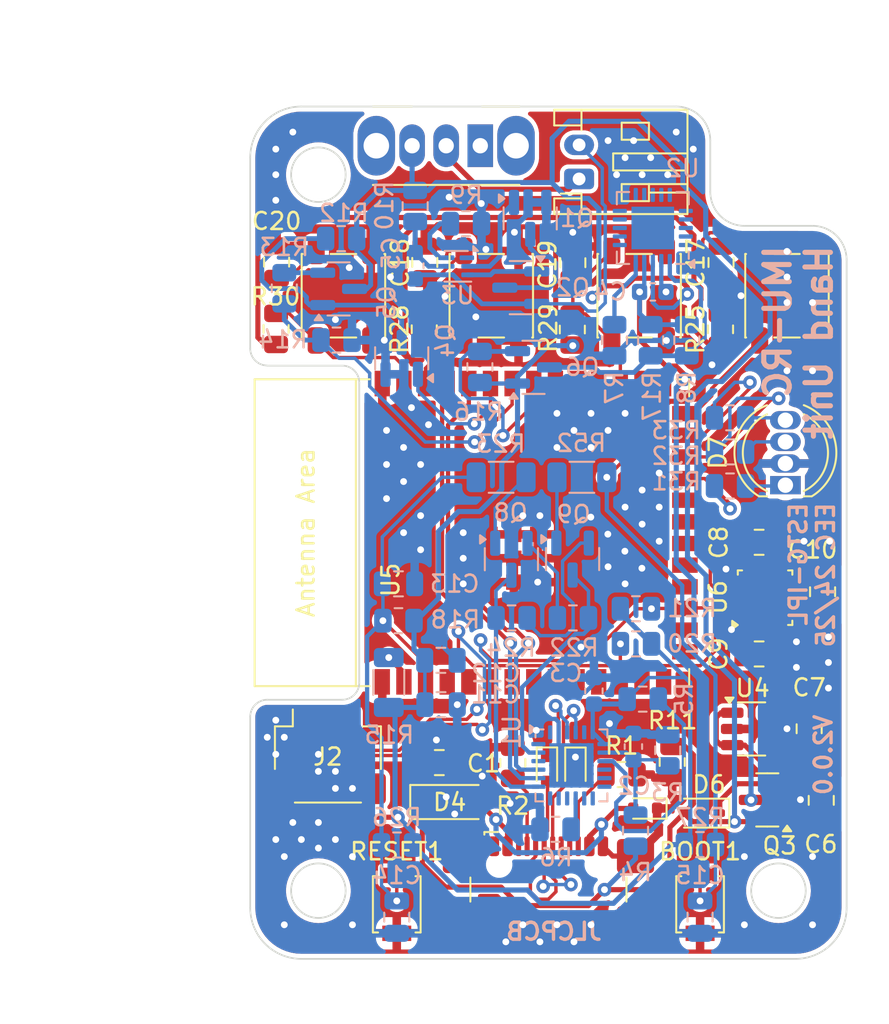
<source format=kicad_pcb>
(kicad_pcb (version 20240108) (generator "pcbnew") (generator_version "8.0")
  (layers (0 "F.Cu" signal) (31 "B.Cu" signal) (34 "B.Paste" user) (35 "F.Paste" user) (36 "B.SilkS" user "B.Silkscreen") (37 "F.SilkS" user "F.Silkscreen") (38 "B.Mask" user) (39 "F.Mask" user) (44 "Edge.Cuts" user))
  (net 0 "")
  (net 1 "Net-(BT1-+)")
  (net 2 "VBUS")
  (net 3 "GND")
  (net 4 "Net-(U1-VBUS)")
  (net 5 "+3.3V")
  (net 6 "+BATT")
  (net 7 "Net-(D6-K)")
  (net 8 "Net-(U6-RESV_VDDIO)")
  (net 9 "Net-(U6-REGOUT)")
  (net 10 "CHIP_PU")
  (net 11 "BOOT")
  (net 12 "Net-(D1-A2)")
  (net 13 "Net-(D2-A2)")
  (net 14 "Net-(D3-A2)")
  (net 15 "Net-(J1-CC1)")
  (net 18 "Net-(J1-CC2)")
  (net 19 "Net-(Q1-D)")
  (net 20 "Net-(Q1-G)")
  (net 21 "Net-(Q2-G)")
  (net 22 "Net-(Q4-D)")
  (net 23 "BATT_READ_EN")
  (net 24 "Net-(Q5-S)")
  (net 25 "CHRG_5V")
  (net 26 "CHRG")
  (net 27 "RTS")
  (net 28 "Net-(Q8-B)")
  (net 29 "Net-(Q8-C)")
  (net 30 "Net-(Q9-B)")
  (net 31 "Net-(Q9-C)")
  (net 32 "DTR")
  (net 33 "Net-(U1-~{RST})")
  (net 34 "Net-(U1-~{SUSPEND})")
  (net 35 "Net-(U2-PROG)")
  (net 36 "BATT_READ")
  (net 37 "SDA")
  (net 38 "SCL")
  (net 41 "U0RXD")
  (net 48 "U0TXD")
  (net 56 "Net-(BT1--)")
  (net 57 "Net-(U3-BAT)")
  (net 58 "Net-(U3-V-)")
  (net 59 "Net-(U5-3V3)")
  (net 79 "SW_FN")
  (net 80 "SW_SLT")
  (net 81 "SW_UP")
  (net 82 "SW_DOWN")
  (net 88 "Net-(D7-BA)")
  (net 89 "Net-(D7-GA)")
  (net 90 "Net-(D7-RA)")
  (net 91 "LED_RED")
  (net 92 "LED_GREEN")
  (net 93 "LED_BLUE")
  (footprint "Diode_SMD:D_SOD-323" (layer "F.Cu") (at 41.509154 61.450385 180)
    (property "Reference" "D6")
    (property "Value" "BAT20J")
  )
  (footprint "Resistor_SMD:R_0805_2012Metric" (layer "F.Cu") (at 36.786879 59.186008 180)
    (property "Reference" "R1")
    (property "Value" "5k1")
  )
  (footprint "Resistor_SMD:R_0805_2012Metric" (layer "F.Cu") (at 39.764752 58.454052 90)
    (property "Reference" "R11")
    (property "Value" "10k")
  )
  (footprint "Diode_SMD:D_SOD-523" (layer "F.Cu") (at 38.174379 61.176008 180)
    (property "Reference" "D1" (hide yes))
    (property "Value" "LESD5D5.0CT1G")
  )
  (footprint "Capacitor_SMD:C_0805_2012Metric" (layer "F.Cu") (at 47.80166 56.500858 -90)
    (property "Reference" "C7")
    (property "Value" "1uF/16V")
  )
  (footprint "Capacitor_SMD:C_0805_2012Metric" (layer "F.Cu") (at 26.097214 58.485518)
    (property "Reference" "C1")
    (property "Value" "10uF/16V")
  )
  (footprint "PCM_Espressif:ESP32-S3-WROOM-1" (layer "F.Cu") (at 31.01 45 90)
    (property "Reference" "U5")
    (property "Value" "ESP32-S3-WROOM-1")
  )
  (footprint "Capacitor_SMD:C_0805_2012Metric" (layer "F.Cu") (at 44.864289 52.112853 180)
    (property "Reference" "C9")
    (property "Value" "1uF/16V(10%)")
  )
  (footprint "Button_Switch_SMD:SW_SPST_PTS647_Sx50" (layer "F.Cu") (at 46.5 31.1 -90)
    (property "Reference" "SW2" (hide yes))
    (property "Value" "B3U-1000P")
  )
  (footprint "Capacitor_SMD:C_0805_2012Metric" (layer "F.Cu") (at 44.864289 45.562853 180)
    (property "Reference" "C8")
    (property "Value" "10nF/16V")
  )
  (footprint "Capacitor_SMD:C_0805_2012Metric" (layer "F.Cu") (at 25.244213 29.143444 -90)
    (property "Reference" "C18")
    (property "Value" "0.1uF/50V(10%)")
  )
  (footprint "Diode_SMD:D_SOD-523" (layer "F.Cu") (at 32.411469 58.856509 -90)
    (property "Reference" "D3" (hide yes))
    (property "Value" "LESD5D5.0CT1G")
  )
  (footprint "Library:InvenSense_QFN-24_3x3mm_P0.4mm_MODIFIED" (layer "F.Cu") (at 45.214289 48.812853 90)
    (property "Reference" "U6")
    (property "Value" "MPU-9250")
  )
  (footprint "Library:USB_C_Receptacle_GCT_USB4110_MODIFIED" (layer "F.Cu") (at 32.5 67.075)
    (property "Reference" "J1" (hide yes))
    (property "Value" "USB_C_Receptacle")
  )
  (footprint "Resistor_SMD:R_0805_2012Metric" (layer "F.Cu") (at 25.214213 33.063444 -90)
    (property "Reference" "R28")
    (property "Value" "10k")
  )
  (footprint "Resistor_SMD:R_0805_2012Metric" (layer "F.Cu") (at 42.6 33.07 -90)
    (property "Reference" "R25")
    (property "Value" "10k")
  )
  (footprint "Button_Switch_THT:SW_Slide_SPDT_Angled_CK_OS102011MA1Q" (layer "F.Cu") (at 28.5 22.3 180)
    (property "Reference" "SW1" (hide yes))
    (property "Value" "SW_SPDT")
  )
  (footprint "Diode_SMD:D_SOD-523" (layer "F.Cu") (at 34.085125 58.862069 -90)
    (property "Reference" "D2" (hide yes))
    (property "Value" "LESD5D5.0CT1G")
  )
  (footprint "Capacitor_SMD:C_0805_2012Metric" (layer "F.Cu") (at 42.63 29.15 -90)
    (property "Reference" "C17")
    (property "Value" "0.1uF/50V(10%)")
  )
  (footprint "Resistor_SMD:R_0805_2012Metric" (layer "F.Cu") (at 30.410625 58.498275 -90)
    (property "Reference" "R2")
    (property "Value" "5k1")
  )
  (footprint "Button_Switch_SMD:SW_SPST_B3U-1000P" (layer "F.Cu") (at 23.6 66.8 90)
    (property "Reference" "RESET1")
    (property "Value" "B3U-1000P")
  )
  (footprint "Resistor_SMD:R_0805_2012Metric" (layer "F.Cu") (at 16.51799 33.046787 -90)
    (property "Reference" "R30")
    (property "Value" "10k")
  )
  (footprint "Package_TO_SOT_SMD:SOT-23-5" (layer "F.Cu") (at 44.423649 56.512082)
    (property "Reference" "U4")
    (property "Value" "AP2112K-3.3")
  )
  (footprint "LED_THT:LED_D5.0mm-4_RGB" (layer "F.Cu") (at 46.407457 42.211985 90)
    (property "Reference" "D7")
    (property "Value" "LED_RKGB")
  )
  (footprint "Diode_SMD:D_SOD-123" (layer "F.Cu") (at 26.75 60.8)
    (property "Reference" "D4")
    (property "Value" "1N5819")
  )
  (footprint "Capacitor_SMD:C_0805_2012Metric" (layer "F.Cu") (at 33.932905 29.16221 -90)
    (property "Reference" "C19")
    (property "Value" "0.1uF/50V(10%)")
  )
  (footprint "Button_Switch_SMD:SW_SPST_PTS647_Sx50" (layer "F.Cu") (at 29.146666 31.1 -90)
    (property "Reference" "SW3" (hide yes))
    (property "Value" "B3U-1000P")
  )
  (footprint "Button_Switch_SMD:SW_SPST_PTS647_Sx50" (layer "F.Cu") (at 37.823332 31.1 -90)
    (property "Reference" "SW4" (hide yes))
    (property "Value" "B3U-1000P")
  )
  (footprint "Button_Switch_SMD:SW_SPST_B3U-1000P" (layer "F.Cu") (at 41.4 66.8 90)
    (property "Reference" "BOOT1")
    (property "Value" "B3U-1000P")
  )
  (footprint "Resistor_SMD:R_0805_2012Metric" (layer "F.Cu") (at 33.902905 33.08221 -90)
    (property "Reference" "R29")
    (property "Value" "10k")
  )
  (footprint "Connector_JST:JST_PH_S2B-PH-K_1x02_P2.00mm_Horizontal" (layer "F.Cu") (at 34.3 24.25 90)
    (property "Reference" "BT1" (hide yes))
    (property "Value" "LiPo 3.7V 600mAh")
  )
  (footprint "Capacitor_SMD:C_0805_2012Metric" (layer "F.Cu") (at 16.54799 29.126787 -90)
    (property "Reference" "C20")
    (property "Value" "0.1uF/50V(10%)")
  )
  (footprint "Connector_JST:JST_SH_SM04B-SRSS-TB_1x04-1MP_P1.00mm_Horizontal" (layer "F.Cu") (at 19.56 58.145)
    (property "Reference" "J2")
    (property "Value" "JST SH1.0")
  )
  (footprint "Package_TO_SOT_SMD:SOT-23" (layer "F.Cu") (at 45.34479 60.675107 180)
    (property "Reference" "Q3")
    (property "Value" "AO3401A")
  )
  (footprint "Capacitor_SMD:C_0805_2012Metric" (layer "F.Cu") (at 48.510804 60.700942 -90)
    (property "Reference" "C6")
    (property "Value" "1uF/16V")
  )
  (footprint "Capacitor_SMD:C_0805_2012Metric" (layer "F.Cu") (at 48.589289 48.462853 -90)
    (property "Reference" "C10")
    (property "Value" "100nF/16V")
  )
  (footprint "Button_Switch_SMD:SW_SPST_PTS647_Sx50" (layer "F.Cu") (at 20.47 31.1 -90)
    (property "Reference" "SW5" (hide yes))
    (property "Value" "B3U-1000P")
  )
  (footprint "Capacitor_SMD:C_0603_1608Metric" (layer "B.Cu") (at 37.486724 57.546091 90)
    (property "Reference" "C2")
    (property "Value" "1uF/16V(10%)")
  )
  (footprint "Capacitor_SMD:C_0805_2012Metric" (layer "B.Cu") (at 26.2 55.0875)
    (property "Reference" "C11")
    (property "Value" "10uF/25V")
  )
  (footprint "Capacitor_SMD:C_0603_1608Metric" (layer "B.Cu") (at 24.660554 29.34016 -90)
    (property "Reference" "C5")
    (property "Value" "0.1uF/16V")
  )
  (footprint "Resistor_SMD:R_0805_2012Metric" (layer "B.Cu") (at 39.498938 57.763568 -90)
    (property "Reference" "R3")
    (property "Value" "47k5")
  )
  (footprint "Resistor_SMD:R_0805_2012Metric" (layer "B.Cu") (at 33.9375 50 180)
    (property "Reference" "R22")
    (property "Value" "10k")
  )
  (footprint "Resistor_SMD:R_0805_2012Metric" (layer "B.Cu") (at 38.03461 54.763524 180)
    (property "Reference" "R5")
    (property "Value" "1k")
  )
  (footprint "Capacitor_SMD:C_0805_2012Metric" (layer "B.Cu") (at 41.4 67.55 90)
    (property "Reference" "C15")
    (property "Value" "0.1uF/50V(10%)")
  )
  (footprint "Resistor_SMD:R_1206_3216Metric" (layer "B.Cu") (at 34.4625 41.75)
    (property "Reference" "R52")
    (property "Value" "0")
  )
  (footprint "Resistor_SMD:R_1206_3216Metric" (layer "B.Cu") (at 29.723937 41.749595 180)
    (property "Reference" "R23")
    (property "Value" "0")
  )
  (footprint "Resistor_SMD:R_0805_2012Metric" (layer "B.Cu") (at 37.612076 62.476518 -90)
    (property "Reference" "R4")
    (property "Value" "22k1")
  )
  (footprint "Package_DFN_QFN:QFN-20-1EP_4x4mm_P0.5mm_EP2.5x2.5mm" (layer "B.Cu") (at 38.625 27.125 90)
    (property "Reference" "U2")
    (property "Value" "MCP73831")
  )
  (footprint "Package_TO_SOT_SMD:SOT-23" (layer "B.Cu") (at 20.1875 30.7)
    (property "Reference" "Q5")
    (property "Value" "AO3401A")
  )
  (footprint "Package_TO_SOT_SMD:SOT-23" (layer "B.Cu") (at 33.918495 46.545923 -90)
    (property "Reference" "Q9")
    (property "Value" "2N2907A")
  )
  (footprint "Package_TO_SOT_SMD:SOT-23" (layer "B.Cu") (at 23.890078 34.770358 90)
    (property "Reference" "Q4")
    (property "Value" "AO3400A")
  )
  (footprint "Resistor_SMD:R_0805_2012Metric" (layer "B.Cu") (at 23.616774 63.321555)
    (property "Reference" "R26")
    (property "Value" "10k")
  )
  (footprint "Resistor_SMD:R_0805_2012Metric" (layer "B.Cu") (at 32.9175 62.4 180)
    (property "Reference" "R6")
    (property "Value" "10k")
  )
  (footprint "Capacitor_SMD:C_0805_2012Metric" (layer "B.Cu") (at 23.6 67.55 90)
    (property "Reference" "C14")
    (property "Value" "0.1uF/50V(10%)")
  )
  (footprint "Package_TO_SOT_SMD:SOT-23" (layer "B.Cu") (at 31.430294 26.5625 -90)
    (property "Reference" "Q1")
    (property "Value" "AO3400A")
  )
  (footprint "Resistor_SMD:R_0805_2012Metric" (layer "B.Cu") (at 30.3375 50)
    (property "Reference" "R24")
    (property "Value" "10k")
  )
  (footprint "Resistor_SMD:R_1206_3216Metric" (layer "B.Cu") (at 23.13 53.7875 90)
    (property "Reference" "R15")
    (property "Value" "0")
  )
  (footprint "Package_SON:WSON-6_1.5x1.5mm_P0.5mm" (layer "B.Cu") (at 27.187382 29.373821 180)
    (property "Reference" "U3")
    (property "Value" "BQ297xy")
  )
  (footprint "Package_DFN_QFN:QFN-24-1EP_4x4mm_P0.5mm_EP2.6x2.6mm" (layer "B.Cu") (at 33.85 58.65 -90)
    (property "Reference" "U1")
    (property "Value" "CP2102N")
  )
  (footprint "Resistor_SMD:R_0805_2012Metric" (layer "B.Cu") (at 24.680294 25.8375 90)
    (property "Reference" "R10")
    (property "Value" "330")
  )
  (footprint "Resistor_SMD:R_0805_2012Metric" (layer "B.Cu") (at 38.499449 33.709477 90)
    (property "Reference" "R17")
    (property "Value" "10k")
  )
  (footprint "Resistor_SMD:R_0805_2012Metric" (layer "B.Cu") (at 27.6625 26.872106 180)
    (property "Reference" "R9")
    (property "Value" "2k2")
  )
  (footprint "Package_TO_SOT_SMD:SOT-23" (layer "B.Cu") (at 31.625 35.3)
    (property "Reference" "Q6")
    (property "Value" "BSS138")
  )
  (footprint "Resistor_SMD:R_0805_2012Metric" (layer "B.Cu") (at 43.1575 40.26 180)
    (property "Reference" "R32")
    (property "Value" "33")
  )
  (footprint "Capacitor_SMD:C_0603_1608Metric" (layer "B.Cu") (at 35.17 54.275 -90)
    (property "Reference" "C3")
    (property "Value" "10uF/25V")
  )
  (footprint "Resistor_SMD:R_0805_2012Metric" (layer "B.Cu") (at 20.3375 27.75)
    (property "Reference" "R12")
    (property "Value" "10k")
  )
  (footprint "Package_TO_SOT_SMD:SOT-23" (layer "B.Cu") (at 30.327157 46.556391 -90)
    (property "Reference" "Q8")
    (property "Value" "2N2907A")
  )
  (footprint "Capacitor_SMD:C_0805_2012Metric" (layer "B.Cu") (at 26.19 52.4875)
    (property "Reference" "C12")
    (property "Value" "100nF/50V(10%)")
  )
  (footprint "Capacitor_SMD:C_0603_1608Metric" (layer "B.Cu") (at 38.625 30.875)
    (property "Reference" "C4")
    (property "Value" "1uF/16V(10%)")
  )
  (footprint "Resistor_SMD:R_0805_2012Metric" (layer "B.Cu") (at 43.1575 38.26 180)
    (property "Reference" "R33")
    (property "Value" "10")
  )
  (footprint "Resistor_SMD:R_0805_2012Metric" (layer "B.Cu") (at 36.375 33.709477 -90)
    (property "Reference" "R7")
    (property "Value" "2k")
  )
  (footprint "Resistor_SMD:R_0805_2012Metric" (layer "B.Cu") (at 20.062652 33.700898)
    (property "Reference" "R14")
    (property "Value" "22k")
  )
  (footprint "Resistor_SMD:R_0805_2012Metric" (layer "B.Cu") (at 43.1575 42.26 180)
    (property "Reference" "R31")
    (property "Value" "150")
  )
  (footprint "Resistor_SMD:R_0805_2012Metric" (layer "B.Cu") (at 23.7 50.161943)
    (property "Reference" "R18")
    (property "Value" "10k")
  )
  (footprint "Resistor_SMD:R_0805_2012Metric" (layer "B.Cu") (at 41.391292 63.296635 180)
    (property "Reference" "R27")
    (property "Value" "10k")
  )
  (footprint "Resistor_SMD:R_0805_2012Metric" (layer "B.Cu") (at 40.623899 33.709477 -90)
    (property "Reference" "R8")
    (property "Value" "2k")
  )
  (footprint "Package_TO_SOT_SMD:SOT-23" (layer "B.Cu") (at 30.877733 30.625321 180)
    (property "Reference" "Q2")
    (property "Value" "AO3400A")
  )
  (footprint "Capacitor_SMD:C_0805_2012Metric" (layer "B.Cu") (at 23.7 48)
    (property "Reference" "C13")
    (property "Value" "1uF/16V(10%)")
  )
  (footprint "Resistor_SMD:R_0805_2012Metric" (layer "B.Cu") (at 37.638777 51.520388 180)
    (property "Reference" "R20")
    (property "Value" "2k2")
  )
  (footprint "Resistor_SMD:R_0805_2012Metric" (layer "B.Cu") (at 37.633777 49.460388 180)
    (property "Reference" "R21")
    (property "Value" "2k2")
  )
  (footprint "Resistor_SMD:R_0805_2012Metric" (layer "B.Cu") (at 17 30.6625 -90)
    (property "Reference" "R13")
    (property "Value" "6k")
  )
  (footprint "Resistor_SMD:R_0805_2012Metric" (layer "B.Cu") (at 28.4775 35.28 -90)
    (property "Reference" "R16")
    (property "Value" "10k")
  )
  (gr_line (start 16 54.8) (end 20.4 54.8) (stroke (width 0.1)) (layer "Edge.Cuts"))
  (gr_line (start 50 29) (end 50 67) (stroke (width 0.1)) (layer "Edge.Cuts"))
  (gr_arc (start 20.4 35.2) (mid 21.107107 35.492893) (end 21.4 36.2) (stroke (width 0.1)) (layer "Edge.Cuts"))
  (gr_arc (start 15 55.8) (mid 15.292893 55.092893) (end 16 54.8) (stroke (width 0.1)) (layer "Edge.Cuts"))
  (gr_arc (start 40 20) (mid 41.414214 20.585786) (end 42 22) (stroke (width 0.1)) (layer "Edge.Cuts"))
  (gr_circle (center 19 66) (end 17.4 66) (stroke (width 0.1)) (fill none) (layer "Edge.Cuts"))
  (gr_line (start 15 55.8) (end 15 67) (stroke (width 0.1)) (layer "Edge.Cuts"))
  (gr_arc (start 15 23) (mid 15.87868 20.87868) (end 18 20) (stroke (width 0.1)) (layer "Edge.Cuts"))
  (gr_line (start 18 20) (end 40 20) (stroke (width 0.1)) (layer "Edge.Cuts"))
  (gr_line (start 15 23) (end 15 34.192893) (stroke (width 0.1)) (layer "Edge.Cuts"))
  (gr_line (start 16 35.2) (end 20.4 35.2) (stroke (width 0.1)) (layer "Edge.Cuts"))
  (gr_arc (start 48 27) (mid 49.414214 27.585786) (end 50 29) (stroke (width 0.1)) (layer "Edge.Cuts"))
  (gr_arc (start 16 35.192893) (mid 15.292893 34.9) (end 15 34.192893) (stroke (width 0.1)) (layer "Edge.Cuts"))
  (gr_arc (start 50 67) (mid 49.12132 69.12132) (end 47 70) (stroke (width 0.1)) (layer "Edge.Cuts"))
  (gr_arc (start 21.4 53.8) (mid 21.107107 54.507107) (end 20.4 54.8) (stroke (width 0.1)) (layer "Edge.Cuts"))
  (gr_circle (center 46 66) (end 47.6 66) (stroke (width 0.1)) (fill none) (layer "Edge.Cuts"))
  (gr_line (start 42 22) (end 42 25) (stroke (width 0.1)) (layer "Edge.Cuts"))
  (gr_line (start 47 70) (end 18 70) (stroke (width 0.1)) (layer "Edge.Cuts"))
  (gr_line (start 44 27) (end 48 27) (stroke (width 0.1)) (layer "Edge.Cuts"))
  (gr_arc (start 18 70) (mid 15.87868 69.12132) (end 15 67) (stroke (width 0.1)) (layer "Edge.Cuts"))
  (gr_line (start 21.4 36.2) (end 21.4 53.8) (stroke (width 0.1)) (layer "Edge.Cuts"))
  (gr_circle (center 19 24) (end 17.4 24) (stroke (width 0.1)) (fill none) (layer "Edge.Cuts"))
  (gr_arc (start 44 27) (mid 42.585786 26.414214) (end 42 25) (stroke (width 0.1)) (layer "Edge.Cuts"))
  (gr_text "IMU-RC\nHand Unit" (at 49.25 28 90) (layer "B.SilkS") (effects (font (size 1.5 1.5) (thickness 0.3) (bold yes)) (justify left bottom mirror)))
  (gr_text "ESTG-IPL\nEEC 24/25" (at 49.36 43.14 90) (layer "B.SilkS") (effects (font (size 1 1) (thickness 0.2) (bold yes)) (justify left bottom mirror)))
  (gr_text "JLCPCB" (at 35.74 68.98 0) (layer "B.SilkS") (effects (font (size 1 1) (thickness 0.2) (bold yes)) (justify left bottom mirror)))
  (gr_text "V2.0.0" (at 49.22 55.57 90) (layer "B.SilkS") (effects (font (size 1 1) (thickness 0.2) (bold yes)) (justify left bottom mirror)))
  (segment (start 26.5 22.85) (end 26.5 22.3) (width 0.3) (layer "F.Cu") (net 1))
  (segment (start 34.3 24.25) (end 33.7 24.85) (width 0.3) (layer "F.Cu") (net 1))
  (segment (start 28.5 24.85) (end 26.5 22.85) (width 0.3) (layer "F.Cu") (net 1))
  (segment (start 33.7 24.85) (end 28.5 24.85) (width 0.3) (layer "F.Cu") (net 1))
  (segment (start 35.79 65.94) (end 38.76 65.94) (width 0.3) (layer "F.Cu") (net 2))
  (segment (start 26.46 65.79) (end 29.72 65.79) (width 0.3) (layer "F.Cu") (net 2))
  (segment (start 25.1 58.532732) (end 25.147214 58.485518) (width 0.3) (layer "F.Cu") (net 2))
  (segment (start 40.5 35.75) (end 39.975 35.225) (width 0.3) (layer "F.Cu") (net 2))
  (segment (start 25.1 60.8) (end 25.1 58.532732) (width 0.3) (layer "F.Cu") (net 2))
  (segment (start 46.28229 61.625107) (end 45.957012 61.950385) (width 0.3) (layer "F.Cu") (net 2))
  (segment (start 40.5 36) (end 40.5 35.75) (width 0.3) (layer "F.Cu") (net 2))
  (segment (start 39.975 35.225) (end 39.398942 35.225) (width 0.3) (layer "F.Cu") (net 2))
  (segment (start 40.959154 61.950385) (end 40.459154 61.450385) (width 0.3) (layer "F.Cu") (net 2))
  (segment (start 25.1 60.8) (end 25.1 64.43) (width 0.3) (layer "F.Cu") (net 2))
  (segment (start 39.398942 35.225) (end 37.85 33.676058) (width 0.3) (layer "F.Cu") (net 2))
  (segment (start 25.1 64.43) (end 26.46 65.79) (width 0.3) (layer "F.Cu") (net 2))
  (segment (start 43.42 61.950385) (end 40.959154 61.950385) (width 0.3) (layer "F.Cu") (net 2))
  (segment (start 38.76 65.94) (end 39.63 65.07) (width 0.3) (layer "F.Cu") (net 2))
  (segment (start 34.855 66.875) (end 35.79 65.94) (width 0.3) (layer "F.Cu") (net 2))
  (segment (start 39.63 65.07) (end 39.63 62.279539) (width 0.3) (layer "F.Cu") (net 2))
  (segment (start 39.63 62.279539) (end 41.009539 60.9) (width 0.3) (layer "F.Cu") (net 2))
  (segment (start 41.009539 58.029539) (end 40.521552 57.541552) (width 0.3) (layer "F.Cu") (net 2))
  (segment (start 29.72 65.79) (end 30.805 66.875) (width 0.3) (layer "F.Cu") (net 2))
  (segment (start 37.85 33.676058) (end 37.85 30.875) (width 0.3) (layer "F.Cu") (net 2))
  (segment (start 40.459154 61.450385) (end 41.009539 60.9) (width 0.3) (layer "F.Cu") (net 2))
  (segment (start 45.957012 61.950385) (end 43.42 61.950385) (width 0.3) (layer "F.Cu") (net 2))
  (segment (start 30.805 66.875) (end 34.855 66.875) (width 0.3) (layer "F.Cu") (net 2))
  (segment (start 41.009539 60.9) (end 41.009539 58.029539) (width 0.3) (layer "F.Cu") (net 2))
  (segment (start 40.521552 57.541552) (end 39.764752 57.541552) (width 0.3) (layer "F.Cu") (net 2))
  (via (at 35.79 65.94) (size 0.8) (drill 0.4) (layers "F.Cu" "B.Cu") (net 2))
  (via (at 37.85 30.875) (size 0.8) (drill 0.4) (layers "F.Cu" "B.Cu") (net 2))
  (via (at 40.5 36) (size 0.8) (drill 0.4) (layers "F.Cu" "B.Cu") (net 2))
  (via (at 43.42 61.950385) (size 0.8) (drill 0.4) (layers "F.Cu" "B.Cu") (net 2))
  (segment (start 37.612076 64.117924) (end 35.79 65.94) (width 0.3) (layer "B.Cu") (net 2))
  (segment (start 38.499449 32.796977) (end 40.623899 32.796977) (width 0.28) (layer "B.Cu") (net 2))
  (segment (start 37.612076 63.389018) (end 37.612076 64.117924) (width 0.3) (layer "B.Cu") (net 2))
  (segment (start 43.42 53.67) (end 43.42 61.950385) (width 0.3) (layer "B.Cu") (net 2))
  (segment (start 37.85 32.147528) (end 38.499449 32.796977) (width 0.28) (layer "B.Cu") (net 2))
  (segment (start 41.04 47.83) (end 41.04 51.29) (width 0.3) (layer "B.Cu") (net 2))
  (segment (start 40 46.79) (end 41.04 47.83) (width 0.3) (layer "B.Cu") (net 2))
  (segment (start 37.85 30.875) (end 37.85 32.147528) (width 0.28) (layer "B.Cu") (net 2))
  (segment (start 37.85 30.875) (end 37.85 31) (width 0.3) (layer "B.Cu") (net 2))
  (segment (start 40.5 36) (end 40 36.5) (width 0.3) (layer "B.Cu") (net 2))
  (segment (start 41.04 51.29) (end 43.42 53.67) (width 0.3) (layer "B.Cu") (net 2))
  (segment (start 38.125 29.0625) (end 38.125 30.6) (width 0.25) (layer "B.Cu") (net 2))
  (segment (start 38.125 30.6) (end 37.85 30.875) (width 0.25) (layer "B.Cu") (net 2))
  (segment (start 40 36.5) (end 40 46.79) (width 0.3) (layer "B.Cu") (net 2))
  (segment (start 46.714289 49.012853) (end 48.189289 49.012853) (width 0.2) (layer "F.Cu") (net 3))
  (segment (start 43.222853 48.212853) (end 42.920627 47.910627) (width 0.2) (layer "F.Cu") (net 3))
  (segment (start 43.714289 48.212853) (end 43.222853 48.212853) (width 0.2) (layer "F.Cu") (net 3))
  (segment (start 47.80166 57.450858) (end 47.450858 57.450858) (width 0.3) (layer "F.Cu") (net 3))
  (segment (start 44.214289 47.312853) (end 44.214289 45.862853) (width 0.2) (layer "F.Cu") (net 3))
  (segment (start 47.207147 48.212853) (end 46.714289 48.212853) (width 0.2) (layer "F.Cu") (net 3))
  (segment (start 44.214289 45.862853) (end 43.914289 45.562853) (width 0.2) (layer "F.Cu") (net 3))
  (segment (start 37.699379 59.186008) (end 37.699379 56.983746) (width 0.2) (layer "F.Cu") (net 3))
  (segment (start 22.07 33.725) (end 22.07 32.5) (width 0.3) (layer "F.Cu") (net 3))
  (segment (start 48.189289 49.012853) (end 48.589289 49.412853) (width 0.2) (layer "F.Cu") (net 3))
  (segment (start 37.699379 56.983746) (end 37.486724 56.771091) (width 0.2) (layer "F.Cu") (net 3))
  (segment (start 42.1 35.15) (end 42.1 35.64) (width 0.3) (layer "F.Cu") (net 3))
  (segment (start 47.450858 57.450858) (end 46.5 56.5) (width 0.3) (layer "F.Cu") (net 3))
  (segment (start 30.065 26.935) (end 30.505 27.375) (width 0.3) (layer "F.Cu") (net 3))
  (segment (start 39.125 37.775) (end 39.125 40.175) (width 0.3) (layer "F.Cu") (net 3))
  (segment (start 22.07 32.5) (end 22.07 28.475) (width 0.3) (layer "F.Cu") (net 3))
  (segment (start 25.995 26.935) (end 30.065 26.935) (width 0.3) (layer "F.Cu") (net 3))
  (segment (start 30.746666 27.616666) (end 30.746666 28.475) (width 0.3) (layer "F.Cu") (net 3))
  (segment (start 39.125 40.175) (end 38.56 40.74) (width 0.3) (layer "F.Cu") (net 3))
  (segment (start 30.505 27.375) (end 30.746666 27.616666) (width 0.3) (layer "F.Cu") (net 3))
  (segment (start 42.920627 47.910627) (end 42.920627 47.133663) (width 0.2) (layer "F.Cu") (net 3))
  (segment (start 25.244213 27.685787) (end 25.995 26.935) (width 0.3) (layer "F.Cu") (net 3))
  (segment (start 39.61 37.29) (end 39.125 37.775) (width 0.3) (layer "F.Cu") (net 3))
  (segment (start 47.5 47.5) (end 47.5 47.92) (width 0.2) (layer "F.Cu") (net 3))
  (segment (start 37.61 63.97) (end 36.275 63.97) (width 0.3) (layer "F.Cu") (net 3))
  (segment (start 25.244213 28.193444) (end 25.244213 27.685787) (width 0.3) (layer "F.Cu") (net 3))
  (segment (start 36.275 63.97) (end 35.7 63.395) (width 0.3) (layer "F.Cu") (net 3))
  (segment (start 47.5 47.92) (end 47.207147 48.212853) (width 0.2) (layer "F.Cu") (net 3))
  (segment (start 42.1 35.64) (end 40.45 37.29) (width 0.3) (layer "F.Cu") (net 3))
  (segment (start 40.45 37.29) (end 39.61 37.29) (width 0.3) (layer "F.Cu") (net 3))
  (via (at 23 41) (size 0.8) (drill 0.4) (layers "F.Cu" "B.Cu") (net 3))
  (via (at 40 21.5) (size 0.8) (drill 0.4) (layers "F.Cu" "B.Cu") (net 3))
  (via (at 31.87 47.9) (size 0.8) (drill 0.4) (layers "F.Cu" "B.Cu") (net 3))
  (via (at 48.932178 52.615099) (size 0.8) (drill 0.4) (layers "F.Cu" "B.Cu") (net 3))
  (via (at 25 44) (size 0.8) (drill 0.4) (layers "F.Cu" "B.Cu") (net 3))
  (via (at 32 44) (size 0.8) (drill 0.4) (layers "F.Cu" "B.Cu") (net 3))
  (via (at 27.15 55.0875) (size 0.8) (drill 0.4) (layers "F.Cu" "B.Cu") (net 3))
  (via (at 19 58) (size 0.8) (drill 0.4) (layers "F.Cu" "B.Cu") (net 3))
  (via (at 16.5 58) (size 0.8) (drill 0.4) (layers "F.Cu" "B.Cu") (net 3))
  (via (at 37.5 22) (size 0.8) (drill 0.4) (layers "F.Cu" "B.Cu") (net 3))
  (via (at 36.98646 46.086237) (size 0.8) (drill 0.4) (layers "F.Cu" "B.Cu") (net 3))
  (via (at 46.5 56.5) (size 0.8) (drill 0.4) (layers "F.Cu" "B.Cu") (net 3))
  (via (at 28.56 25.69) (size 0.8) (drill 0.4) (layers "F.Cu" "B.Cu") (net 3))
  (via (at 33 38) (size 0.8) (drill 0.4) (layers "F.Cu" "B.Cu") (net 3))
  (via (at 20.81 29.45) (size 0.8) (drill 0.4) (layers "F.Cu" "B.Cu") (net 3))
  (via (at 20 59) (size 0.8) (drill 0.4) (layers "F.Cu" "B.Cu") (net 3))
  (via (at 24 45) (size 0.8) (drill 0.4) (layers "F.Cu" "B.Cu") (net 3))
  (via (at 35 40) (size 0.8) (drill 0.4) (layers "F.Cu" "B.Cu") (net 3))
  (via (at 36 47) (size 0.8) (drill 0.4) (layers "F.Cu" "B.Cu") (net 3))
  (via (at 48 35.5) (size 0.8) (drill 0.4) (layers "F.Cu" "B.Cu") (net 3))
  (via (at 33 68) (size 0.8) (drill 0.4) (layers "F.Cu" "B.Cu") (net 3))
  (via (at 46.5 28.5) (size 0.8) (drill 0.4) (layers "F.Cu" "B.Cu") (net 3))
  (via (at 41 22.5) (size 0.8) (drill 0.4) (layers "F.Cu" "B.Cu") (net 3))
  (via (at 16.5 24) (size 0.8) (drill 0.4) (layers "F.Cu" "B.Cu") (net 3))
  (via (at 20 60) (size 0.8) (drill 0.4) (layers "F.Cu" "B.Cu") (net 3))
  (via (at 25 41) (size 0.8) (drill 0.4) (layers "F.Cu" "B.Cu") (net 3))
  (via (at 39 41.5) (size 0.8) (drill 0.4) (layers "F.Cu" "B.Cu") (net 3))
  (via (at 33.93 27.38) (size 0.8) (drill 0.4) (layers "F.Cu" "B.Cu") (net 3))
  (via (at 19 59) (size 0.8) (drill 0.4) (layers "F.Cu" "B.Cu") (net 3))
  (via (at 34.085125 58.162069) (size 0.8) (drill 0.4) (layers "F.Cu" "B.Cu") (net 3))
  (via (at 39.4 30.875) (size 0.8) (drill 0.4) (layers "F.Cu" "B.Cu") (net 3))
  (via (at 38 44.5) (size 0.8) (drill 0.4) (layers "F.Cu" "B.Cu") (net 3))
  (via (at 37.98646 47.086237) (size 0.8) (drill 0.4) (layers "F.Cu" "B.Cu") (net 3))
  (via (at 24.462706 37.664851) (size 0.8) (drill 0.4) (layers "F.Cu" "B.Cu") (net 3))
  (via (at 46.5 30) (size 0.8) (drill 0.4) (layers "F.Cu" "B.Cu") (net 3))
  (via (at 17.5 62) (size 0.8) (drill 0.4) (layers "F.Cu" "B.Cu") (net 3))
  (via (at 21 64) (size 0.8) (drill 0.4) (layers "F.Cu" "B.Cu") (net 3))
  (via (at 26.43 31.14) (size 0.8) (drill 0.4) (layers "F.Cu" "B.Cu") (net 3))
  (via (at 48.932178 51.115099) (size 0.8) (drill 0.4) (layers "F.Cu" "B.Cu") (net 3))
  (via (at 17 64) (size 0.8) (drill 0.4) (layers "F.Cu" "B.Cu") (net 3))
  (via (at 31.786963 56.591584) (size 0.8) (drill 0.4) (layers "F.Cu" "B.Cu") (net 3))
  (via (at 37 48) (size 0.8) (drill 0.4) (layers "F.Cu" "B.Cu") (net 3))
  (via (at 47.5 45.5) (size 0.8) (drill 0.4) (layers "F.Cu" "B.Cu") (net 3))
  (via (at 20 32.5) (size 0.8) (drill 0.4) (layers "F.Cu" "B.Cu") (net 3))
  (via (at 47.29 60.66) (size 0.8) (drill 0.4) (layers "F.Cu" "B.Cu") (net 3))
  (via (at 20 63) (size 0.8) (drill 0.4) (layers "F.Cu" "B.Cu") (net 3))
  (via (at 39 45.5) (size 0.8) (drill 0.4) (layers "F.Cu" "B.Cu") (net 3))
  (via (at 21 68) (size 0.8) (drill 0.4) (layers "F.Cu" "B.Cu") (net 3))
  (via (at 25 46) (size 0.8) (drill 0.4) (layers "F.Cu" "B.Cu") (net 3))
  (via (at 17.5 21.5) (size 0.8) (drill 0.4) (layers "F.Cu" "B.Cu") (net 3))
  (via (at 21 60) (size 0.8) (drill 0.4) (layers "F.Cu" "B.Cu") (net 3))
  (via (at 23 39) (size 0.8) (drill 0.4) (layers "F.Cu" "B.Cu") (net 3))
  (via (at 22.87 33.71) (size 0.8) (drill 0.4) (layers "F.Cu" "B.Cu") (net 3))
  (via (at 37 23) (size 0.8) (drill 0.4) (layers "F.Cu" "B.Cu") (net 3))
  (via (at 17 57) (size 0.8) (drill 0.4) (layers "F.Cu" "B.Cu") (net 3))
  (via (at 48 64) (size 0.8) (drill 0.4) (layers "F.Cu" "B.Cu") (net 3))
  (via (at 16.5 63) (size 0.8) (drill 0.4) (layers "F.Cu" "B.Cu") (net 3))
  (via (at 35 68) (size 0.8) (drill 0.4) (layers "F.Cu" "B.Cu") (net 3))
  (via (at 16.5 22.5) (size 0.8) (drill 0.4) (layers "F.Cu" "B.Cu") (net 3))
  (via (at 19 62) (size 0.8) (drill 0.4) (layers "F.Cu" "B.Cu") (net 3))
  (via (at 44 68) (size 0.8) (drill 0.4) (layers "F.Cu" "B.Cu") (net 3))
  (via (at 35 38) (size 0.8) (drill 0.4) (layers "F.Cu" "B.Cu") (net 3))
  (via (at 36 39) (size 0.8) (drill 0.4) (layers "F.Cu" "B.Cu") (net 3))
  (via (at 48 31.5) (size 0.8) (drill 0.4) (layers "F.Cu" "B.Cu") (net 3))
  (via (at 31 68) (size 0.8) (drill 0.4) (layers "F.Cu" "B.Cu") (net 3))
  (via (at 33 40) (size 0.8) (drill 0.4) (layers "F.Cu" "B.Cu") (net 3))
  (via (at 28.83 28.38) (size 0.8) (drill 0.4) (layers "F.Cu" "B.Cu") (net 3))
  (via (at 34 39) (size 0.8) (drill 0.4) (layers "F.Cu" "B.Cu") (net 3))
  (via (at 18 63) (size 0.8) (drill 0.4) (layers "F.Cu" "B.Cu") (net 3))
  (via (at 25.926485 57.159158) (size 0.8) (drill 0.4) (layers "F.Cu" "B.Cu") (net 3))
  (via (at 34 69) (size 0.8) (drill 0.4) (layers "F.Cu" "B.Cu") (net 3))
  (via (at 49 45.5) (size 0.8) (drill 0.4) (layers "F.Cu" "B.Cu") (net 3))
  (via (at 28.24 32.34) (size 0.8) (drill 0.4) (layers "F.Cu" "B.Cu") (net 3))
  (via (at 47.054702 51.399009) (size 0.8) (drill 0.4) (layers "F.Cu" "B.Cu") (net 3))
  (via (at 36.082433 56.197163) (size 0.8) (drill 0.4) (layers "F.Cu" "B.Cu") (net 3))
  (via (at 38.5 23) (size 0.8) (drill 0.4) (layers "F.Cu" "B.Cu") (net 3))
  (via (at 19 63.5) (size 0.8) (drill 0.4) (layers "F.Cu" "B.Cu") (net 3))
  (via (at 30 69) (size 0.8) (drill 0.4) (layers "F.Cu" "B.Cu") (net 3))
  (via (at 44 64) (size 0.8) (drill 0.4) (layers "F.Cu" "B.Cu") (net 3))
  (via (at 27.5 45) (size 0.8) (drill 0.4) (layers "F.Cu" "B.Cu") (net 3))
  (via (at 36 22) (size 0.8) (drill 0.4) (layers "F.Cu" "B.Cu") (net 3))
  (via (at 38 24) (size 0.8) (drill 0.4) (layers "F.Cu" "B.Cu") (net 3))
  (via (at 46.5 35.5) (size 0.8) (drill 0.4) (layers "F.Cu" "B.Cu") (net 3))
  (via (at 39.423332 33.725) (size 0.8) (drill 0.4) (layers "F.Cu" "B.Cu") (net 3))
  (via (at 23.23 30) (size 0.8) (drill 0.4) (layers "F.Cu" "B.Cu") (net 3))
  (via (at 46.5 31.5) (size 0.8) (drill 0.4) (layers "F.Cu" "B.Cu") (net 3))
  (via (at 26.5 60.5) (size 0.8) (drill 0.4) (layers "F.Cu" "B.Cu") (net 3))
  (via (at 48 68) (size 0.8) (drill 0.4) (layers "F.Cu" "B.Cu") (net 3))
  (via (at 16.5 25.5) (size 0.8) (drill 0.4) (layers "F.Cu" "B.Cu") (net 3))
  (via (at 43.8 31.1) (size 0.8) (drill 0.4) (layers "F.Cu" "B.Cu") (net 3))
  (via (at 38 42.5) (size 0.8) (drill 0.4) (layers "F.Cu" "B.Cu") (net 3))
  (via (at 24 40) (size 0.8) (drill 0.4) (layers "F.Cu" "B.Cu") (net 3))
  (via (at 28.613971 59.276787) (size 0.8) (drill 0.4) (layers "F.Cu" "B.Cu") (net 3))
  (via (at 37 38) (size 0.8) (drill 0.4) (layers "F.Cu" "B.Cu") (net 3))
  (via (at 47.054702 52.899009) (size 0.8) (drill 0.4) (layers "F.Cu" "B.Cu") (net 3))
  (via (at 31 44) (size 0.8) (drill 0.4) (layers "F.Cu" "B.Cu") (net 3))
  (via (at 23 43) (size 0.8) (drill 0.4) (layers "F.Cu" "B.Cu") (net 3))
  (via (at 35.98646 45.086237) (size 0.8) (drill 0.4) (layers "F.Cu" "B.Cu") (net 3))
  (via (at 17 68) (size 0.8) (drill 0.4) (layers "F.Cu" "B.Cu") (net 3))
  (via (at 48.932178 54.115099) (size 0.8) (drill 0.4) (layers "F.Cu" "B.Cu") (net 3))
  (via (at 30.505 27.375) (size 0.8) (drill 0.4) (layers "F.Cu" "B.Cu") (net 3))
  (via (at 26.67 25.32) (size 0.8) (drill 0.4) (layers "F.Cu" "B.Cu") (net 3))
  (via (at 27 61.5) (size 0.8) (drill 0.4) (layers "F.Cu" "B.Cu") (net 3))
  (via (at 39 43.5) (size 0.8) (drill 0.4) (layers "F.Cu" "B.Cu") (net 3))
  (via (at 30.25033 60.877887) (size 0.8) (drill 0.4) (layers "F.Cu" "B.Cu") (net 3))
  (via (at 36.5 24) (size 0.8) (drill 0.4) (layers "F.Cu" "B.Cu") (net 3))
  (via (at 43.24165 50.683036) (size 0.8) (drill 0.4) (layers "F.Cu" "B.Cu") (net 3))
  (via (at 42.920627 47.133663) (size 0.8) (drill 0.4) (layers "F.Cu" "B.Cu") (net 3))
  (via (at 34.41 51.71) (size 0.8) (drill 0.4) (layers "F.Cu" "B.Cu") (net 3))
  (via (at 27.5 48) (size 0.8) (drill 0.4) (layers "F.Cu" "B.Cu") (net 3))
  (via (at 27.5 46.5) (size 0.8) (drill 0.4) (layers "F.Cu" "B.Cu") (net 3))
  (via (at 34.98646 44.086237) (size 0.8) (drill 0.4) (layers "F.Cu" "B.Cu") (net 3))
  (via (at 16 57) (size 0.8) (drill 0.4) (layers "F.Cu" "B.Cu") (net 3))
  (via (at 25.462706 38.664851) (size 0.8) (drill 0.4) (layers "F.Cu" "B.Cu") (net 3))
  (via (at 37 43.5) (size 0.8) (drill 0.4) (layers "F.Cu" "B.Cu") (net 3))
  (via (at 42.1 35.15) (size 0.8) (drill 0.4) (layers "F.Cu" "B.Cu") (net 3))
  (via (at 39.5 24) (size 0.8) (drill 0.4) (layers "F.Cu" "B.Cu") (net 3))
  (via (at 24 42) (size 0.8) (drill 0.4) (layers "F.Cu" "B.Cu") (net 3))
  (via (at 32 69) (size 0.8) (drill 0.4) (layers "F.Cu" "B.Cu") (net 3))
  (via (at 16.5 56) (size 0.8) (drill 0.4) (layers "F.Cu" "B.Cu") (net 3))
  (segment (start 33.1 56.7125) (end 33.1 57.9) (width 0.25) (layer "B.Cu") (net 3))
  (segment (start 33.1 56.7125) (end 33.1 56.115635) (width 0.25) (layer "B.Cu") (net 3))
  (segment (start 37.271977 33.725) (end 39.423332 33.725) (width 0.3) (layer "B.Cu") (net 3))
  (segment (start 39.125 30.6) (end 39.125 29.0625) (width 0.25) (layer "B.Cu") (net 3))
  (segment (start 26.42 50.29) (end 27.23 49.48) (width 0.3) (layer "B.Cu") (net 3))
  (segment (start 32.145 55.471016) (end 32.145 54.828984) (width 0.25) (layer "B.Cu") (net 3))
  (segment (start 26.42 51.7675) (end 26.42 50.29) (width 0.3) (layer "B.Cu") (net 3))
  (segment (start 22.045898 33.700898) (end 22.07 33.725) (width 0.3) (layer "B.Cu") (net 3))
  (segment (start 20.975152 33.700898) (end 22.045898 33.700898) (width 0.3) (layer "B.Cu") (net 3))
  (segment (start 32.598984 55.925) (end 32.145 55.471016) (width 0.25) (layer "B.Cu") (net 3))
  (segment (start 33.1 56.115635) (end 32.909365 55.925) (width 0.25) (layer "B.Cu") (net 3))
  (segment (start 34.085125 58.162069) (end 33.85 58.65) (width 0.25) (layer "B.Cu") (net 3))
  (segment (start 32.145 54.828984) (end 32.598984 54.375) (width 0.25) (layer "B.Cu") (net 3))
  (segment (start 27.14 52.4875) (end 26.42 51.7675) (width 0.3) (layer "B.Cu") (net 3))
  (segment (start 36.375 34.621977) (end 37.271977 33.725) (width 0.3) (layer "B.Cu") (net 3))
  (segment (start 39.4 30.875) (end 39.125 30.6) (width 0.25) (layer "B.Cu") (net 3))
  (segment (start 32.909365 55.925) (end 32.598984 55.925) (width 0.25) (layer "B.Cu") (net 3))
  (segment (start 30.505 27.375) (end 30.505 27.082598) (width 0.3) (layer "B.Cu") (net 3))
  (segment (start 35.17 53.86) (end 35.17 53.5) (width 0.25) (layer "B.Cu") (net 3))
  (segment (start 32.598984 54.375) (end 34.655 54.375) (width 0.25) (layer "B.Cu") (net 3))
  (segment (start 31.31 26.277598) (end 31.31 25.66) (width 0.3) (layer "B.Cu") (net 3))
  (segment (start 33.1 57.9) (end 34.085125 58.162069) (width 0.25) (layer "B.Cu") (net 3))
  (segment (start 30.505 27.082598) (end 31.31 26.277598) (width 0.3) (layer "B.Cu") (net 3))
  (segment (start 34.655 54.375) (end 35.17 53.86) (width 0.25) (layer "B.Cu") (net 3))
  (segment (start 37.612076 61.564018) (end 37.612076 58.446443) (width 0.25) (layer "B.Cu") (net 4))
  (segment (start 37.065633 57.9) (end 37.486724 58.321091) (width 0.25) (layer "B.Cu") (net 4))
  (segment (start 39.143961 58.321091) (end 39.498938 58.676068) (width 0.2) (layer "B.Cu") (net 4))
  (segment (start 35.7875 57.9) (end 37.065633 57.9) (width 0.25) (layer "B.Cu") (net 4))
  (segment (start 37.486724 58.321091) (end 39.143961 58.321091) (width 0.2) (layer "B.Cu") (net 4))
  (segment (start 37.612076 58.446443) (end 37.486724 58.321091) (width 0.25) (layer "B.Cu") (net 4))
  (segment (start 32.927905 33.01971) (end 32.927905 26.922095) (width 0.3) (layer "F.Cu") (net 5))
  (segment (start 45.814289 45.024289) (end 45.814289 45.562853) (width 0.2) (layer "F.Cu") (net 5))
  (segment (start 46.027147 49.812853) (end 46.214289 49.625711) (width 0.2) (layer "F.Cu") (net 5))
  (segment (start 43.012853 49.012853) (end 42 48) (width 0.2) (layer "F.Cu") (net 5))
  (segment (start 42 44.974009) (end 42.624009 44.35) (width 0.2) (layer "F.Cu") (net 5))
  (segment (start 25.13 26.51) (end 24.085944 27.554056) (width 0.3) (layer "F.Cu") (net 5))
  (segment (start 42.624009 44.35) (end 45.14 44.35) (width 0.2) (layer "F.Cu") (net 5))
  (segment (start 23.67 61.69) (end 20.27 61.69) (width 0.3) (layer "F.Cu") (net 5))
  (segment (start 41.9425 33.9825) (end 41.04 33.08) (width 0.3) (layer "F.Cu") (net 5))
  (segment (start 45.561149 55.562082) (end 47.790436 55.562082) (width 0.3) (layer "F.Cu") (net 5))
  (segment (start 15.45 27.1) (end 15.45 33.55) (width 0.3) (layer "F.Cu") (net 5))
  (segment (start 32.927905 26.922095) (end 33.34 26.51) (width 0.3) (layer "F.Cu") (net 5))
  (segment (start 47.182853 49.412853) (end 47.80166 50.03166) (width 0.2) (layer "F.Cu") (net 5))
  (segment (start 39.99 26.51) (end 33.34 26.51) (width 0.3) (layer "F.Cu") (net 5))
  (segment (start 41.04 27.56) (end 39.99 26.51) (width 0.3) (layer "F.Cu") (net 5))
  (segment (start 41.04 33.08) (end 41.04 31.741371) (width 0.3) (layer "F.Cu") (net 5))
  (segment (start 24.085944 32.847675) (end 25.214213 33.975944) (width 0.3) (layer "F.Cu") (net 5))
  (segment (start 45.14 44.35) (end 45.814289 45.024289) (width 0.2) (layer "F.Cu") (net 5))
  (segment (start 44.28 49.689986) (end 44.402867 49.812853) (width 0.2) (layer "F.Cu") (net 5))
  (segment (start 36.24 26.51) (end 30.34 26.51) (width 0.3) (layer "F.Cu") (net 5))
  (segment (start 41.04 30.258629) (end 41.04 27.56) (width 0.3) (layer "F.Cu") (net 5))
  (segment (start 46.214289 47.312853) (end 46.214289 45.962853) (width 0.2) (layer "F.Cu") (net 5))
  (segment (start 46.427147 49.412853) (end 46.214289 49.625711) (width 0.2) (layer "F.Cu") (net 5))
  (segment (start 41.04 31.741371) (end 41.45 31.331371) (width 0.3) (layer "F.Cu") (net 5))
  (segment (start 47.790436 55.562082) (end 47.80166 55.550858) (width 0.3) (layer "F.Cu") (net 5))
  (segment (start 20.27 61.69) (end 18.06 59.48) (width 0.3) (layer "F.Cu") (net 5))
  (segment (start 15.859287 33.959287) (end 16.51799 33.959287) (width 0.3) (layer "F.Cu") (net 5))
  (segment (start 44.402867 49.812853) (end 46.027147 49.812853) (width 0.2) (layer "F.Cu") (net 5))
  (segment (start 46.214289 45.962853) (end 45.814289 45.562853) (width 0.2) (layer "F.Cu") (net 5))
  (segment (start 42.6 33.9825) (end 41.9425 33.9825) (width 0.3) (layer "F.Cu") (net 5))
  (segment (start 16.04 26.51) (end 15.45 27.1) (width 0.3) (layer "F.Cu") (net 5))
  (segment (start 43.714289 49.012853) (end 44.072853 49.012853) (width 0.2) (layer "F.Cu") (net 5))
  (segment (start 46.214289 49.625711) (end 46.214289 49.187853) (width 0.2) (layer "F.Cu") (net 5))
  (segment (start 42 48) (end 42 44.974009) (width 0.2) (layer "F.Cu") (net 5))
  (segment (start 43.714289 49.012853) (end 43.012853 49.012853) (width 0.2) (layer "F.Cu") (net 5))
  (segment (start 18.06 59.48) (end 18.06 56.145) (width 0.3) (layer "F.Cu") (net 5))
  (segment (start 33.630363 26.51) (end 25.13 26.51) (width 0.3) (layer "F.Cu") (net 5))
  (segment (start 33.34 26.51) (end 33.630363 26.51) (width 0.3) (layer "F.Cu") (net 5))
  (segment (start 46.714289 49.412853) (end 46.427147 49.412853) (width 0.2) (layer "F.Cu") (net 5))
  (segment (start 41.45 30.668629) (end 41.04 30.258629) (width 0.3) (layer "F.Cu") (net 5))
  (segment (start 44.28 49.22) (end 44.28 49.689986) (width 0.2) (layer "F.Cu") (net 5))
  (segment (start 46.214289 49.187853) (end 46.214289 47.312853) (width 0.2) (layer "F.Cu") (net 5))
  (segment (start 33.630363 26.51) (end 36.24 26.51) (width 0.3) (layer "F.Cu") (net 5))
  (segment (start 33.902905 33.99471) (end 32.927905 33.01971) (width 0.3) (layer "F.Cu") (net 5))
  (segment (start 44.072853 49.012853) (end 44.28 49.22) (width 0.2) (layer "F.Cu") (net 5))
  (segment (start 41.45 31.331371) (end 41.45 30.668629) (width 0.3) (layer "F.Cu") (net 5))
  (segment (start 25.13 26.51) (end 21.64 26.51) (width 0.3) (layer "F.Cu") (net 5))
  (segment (start 47.80166 50.03166) (end 47.80166 55.550858) (width 0.2) (layer "F.Cu") (net 5))
  (segment (start 24.085944 27.554056) (end 24.085944 32.847675) (width 0.3) (layer "F.Cu") (net 5))
  (segment (start 15.45 33.55) (end 15.859287 33.959287) (width 0.3) (layer "F.Cu") (net 5))
  (segment (start 46.714289 49.412853) (end 47.182853 49.412853) (width 0.2) (layer "F.Cu") (net 5))
  (segment (start 24.123112 26.51) (end 16.04 26.51) (width 0.3) (layer "F.Cu") (net 5))
  (via (at 33.93 34.03) (size 0.8) (drill 0.4) (layers "F.Cu" "B.Cu") (net 5))
  (via (at 23.67 61.69) (size 0.8) (drill 0.4) (layers "F.Cu" "B.Cu") (net 5))
  (segment (start 23.13 55.25) (end 25.0875 55.25) (width 0.3) (layer "B.Cu") (net 5))
  (segment (start 30.6875 39.9825) (end 30.6875 36.25) (width 0.3) (layer "B.Cu") (net 5))
  (segment (start 38.385634 53.5) (end 40.530889 53.5) (width 0.2) (layer "B.Cu") (net 5))
  (segment (start 27.167719 65.96) (end 24.529274 63.321555) (width 0.3) (layer "B.Cu") (net 5))
  (segment (start 24.529274 63.321555) (end 24.529274 62.549274) (width 0.3) (layer "B.Cu") (net 5))
  (segment (start 25.25 55.0875) (end 25.25 52.4975) (width 0.2) (layer "B.Cu") (net 5))
  (segment (start 35.1 56.7125) (end 35.1 55.12) (width 0.25) (layer "B.Cu") (net 5))
  (segment (start 36.721277 49.690388) (end 38.551277 51.520388) (width 0.3) (layer "B.Cu") (net 5))
  (segment (start 28.46 43.76) (end 29.76 42.46) (width 0.3) (layer "B.Cu") (net 5))
  (segment (start 24.6125 50.161943) (end 24.6125 51.86) (width 0.3) (layer "B.Cu") (net 5))
  (segment (start 35.1 55.12) (end 35.17 55.05) (width 0.25) (layer "B.Cu") (net 5))
  (segment (start 30.6875 35.832304) (end 32.489804 34.03) (width 0.3) (layer "B.Cu") (net 5))
  (segment (start 31.268629 65.96) (end 27.167719 65.96) (width 0.3) (layer "B.Cu") (net 5))
  (segment (start 26.05 48.85) (end 26.05 44.93) (width 0.3) (layer "B.Cu") (net 5))
  (segment (start 37.12211 54.763524) (end 38.385634 53.5) (width 0.2) (layer "B.Cu") (net 5))
  (segment (start 35.7875 57.4) (end 35.1 56.7125) (width 0.25) (layer "B.Cu") (net 5))
  (segment (start 24.6125 50.161943) (end 24.738057 50.161943) (width 0.3) (layer "B.Cu") (net 5))
  (segment (start 40.823938 62.951489) (end 40.823938 53.793049) (width 0.25) (layer "B.Cu") (net 5))
  (segment (start 36.721277 49.460388) (end 36.721277 49.690388) (width 0.3) (layer "B.Cu") (net 5))
  (segment (start 24.6125 51.86) (end 25.24 52.4875) (width 0.3) (layer "B.Cu") (net 5))
  (segment (start 30.6875 36.25) (end 30.6875 35.832304) (width 0.3) (layer "B.Cu") (net 5))
  (segment (start 29.76 40.91) (end 30.6875 39.9825) (width 0.3) (layer "B.Cu") (net 5))
  (segment (start 40.530889 53.5) (end 40.823938 53.793049) (width 0.2) (layer "B.Cu") (net 5))
  (segment (start 23.67 61.69) (end 23.5 61.52) (width 0.3) (layer "B.Cu") (net 5))
  (segment (start 27.22 43.76) (end 28.46 43.76) (width 0.3) (layer "B.Cu") (net 5))
  (segment (start 29.76 42.46) (end 29.76 40.91) (width 0.3) (layer "B.Cu") (net 5))
  (segment (start 40.478792 63.296635) (end 40.823938 62.951489) (width 0.25) (layer "B.Cu") (net 5))
  (segment (start 36.32 66.74) (end 32.048629 66.74) (width 0.3) (layer "B.Cu") (net 5))
  (segment (start 30.6875 36.25) (end 28.535 36.25) (width 0.25) (layer "B.Cu") (net 5))
  (segment (start 36.835634 55.05) (end 37.12211 54.763524) (width 0.3) (layer "B.Cu") (net 5))
  (segment (start 25.25 52.4975) (end 25.24 52.4875) (width 0.2) (layer "B.Cu") (net 5))
  (segment (start 24.738057 50.161943) (end 26.05 48.85) (width 0.3) (layer "B.Cu") (net 5))
  (segment (start 32.489804 34.03) (end 33.93 34.03) (width 0.3) (layer "B.Cu") (net 5))
  (segment (start 39.763365 63.296635) (end 36.32 66.74) (width 0.3) (layer "B.Cu") (net 5))
  (segment (start 25.0875 55.25) (end 25.25 55.0875) (width 0.3) (layer "B.Cu") (net 5))
  (segment (start 23.5 55.62) (end 23.13 55.25) (width 0.3) (layer "B.Cu") (net 5))
  (segment (start 32.048629 66.74) (end 31.268629 65.96) (width 0.3) (layer "B.Cu") (net 5))
  (segment (start 40.823938 53.793049) (end 38.551277 51.520388) (width 0.25) (layer "B.Cu") (net 5))
  (segment (start 24.529274 62.549274) (end 23.67 61.69) (width 0.3) (layer "B.Cu") (net 5))
  (segment (start 40.478792 63.296635) (end 39.763365 63.296635) (width 0.3) (layer "B.Cu") (net 5))
  (segment (start 23.5 61.52) (end 23.5 55.62) (width 0.3) (layer "B.Cu") (net 5))
  (segment (start 26.05 44.93) (end 27.22 43.76) (width 0.3) (layer "B.Cu") (net 5))
  (segment (start 28.535 36.25) (end 28.4775 36.1925) (width 0.25) (layer "B.Cu") (net 5))
  (segment (start 35.17 55.05) (end 36.835634 55.05) (width 0.3) (layer "B.Cu") (net 5))
  (segment (start 35.08 31.21) (end 35.77 30.52) (width 0.3) (layer "F.Cu") (net 6))
  (segment (start 37.073629 30.52) (end 37.518629 30.075) (width 0.3) (layer "F.Cu") (net 6))
  (segment (start 44.394893 60.675107) (end 44.39 60.68) (width 0.3) (layer "F.Cu") (net 6))
  (segment (start 44.40729 60.675107) (end 44.394893 60.675107) (width 0.3) (layer "F.Cu") (net 6))
  (segment (start 40.125 30.075) (end 40.65 30.6) (width 0.3) (layer "F.Cu") (net 6))
  (segment (start 35.77 30.52) (end 37.073629 30.52) (width 0.3) (layer "F.Cu") (net 6))
  (segment (start 37.518629 30.075) (end 40.125 30.075) (width 0.3) (layer "F.Cu") (net 6))
  (segment (start 40.65 30.6) (end 40.65 31) (width 0.3) (layer "F.Cu") (net 6))
  (via (at 35.08 31.21) (size 0.8) (drill 0.4) (layers "F.Cu" "B.Cu") (net 6))
  (via (at 44.39 60.68) (size 0.8) (drill 0.4) (layers "F.Cu" "B.Cu") (net 6))
  (via (at 40.65 31) (size 0.8) (drill 0.4) (layers "F.Cu" "B.Cu") (net 6))
  (segment (start 41.73 27.59) (end 41.73 25.93) (width 0.3) (layer "B.Cu") (net 6))
  (segment (start 39.85 31.8) (end 38.93 31.8) (width 0.25) (layer "B.Cu") (net 6))
  (segment (start 37.76 20.87) (end 33.71 20.87) (width 0.3) (layer "B.Cu") (net 6))
  (segment (start 25.443629 24.925) (end 24.680294 24.925) (width 0.3) (layer "B.Cu") (net 6))
  (segment (start 21.25 27.75) (end 21.25 26.2) (width 0.3) (layer "B.Cu") (net 6))
  (segment (start 42.7 36.13) (end 45.51 33.32) (width 0.3) (layer "B.Cu") (net 6))
  (segment (start 40.65 31) (end 39.85 31.8) (width 0.25) (layer "B.Cu") (net 6))
  (segment (start 22.07 30.47) (end 22.07 29.32) (width 0.28) (layer "B.Cu") (net 6))
  (segment (start 21.25 26.2) (end 22.525 24.925) (width 0.3) (layer "B.Cu") (net 6))
  (segment (start 21.125 30.7) (end 21.84 30.7) (width 0.28) (layer "B.Cu") (net 6))
  (segment (start 32.72 21.86) (end 32.72 24.46) (width 0.3) (layer "B.Cu") (net 6))
  (segment (start 24.5 24.744706) (end 24.680294 24.925) (width 0.3) (layer "B.Cu") (net 6))
  (segment (start 24.5 22.3) (end 24.5 24.744706) (width 0.3) (layer "B.Cu") (net 6))
  (segment (start 45.51 31.37) (end 41.73 27.59) (width 0.3) (layer "B.Cu") (net 6))
  (segment (start 45.51 33.32) (end 45.51 31.37) (width 0.3) (layer "B.Cu") (net 6))
  (segment (start 35.46 26.01) (end 34.84 25.39) (width 0.3) (layer "B.Cu") (net 6))
  (segment (start 35.46 30.83) (end 35.46 26.01) (width 0.3) (layer "B.Cu") (net 6))
  (segment (start 22.07 29.32) (end 21.25 28.5) (width 0.28) (layer "B.Cu") (net 6))
  (segment (start 38.93 31.8) (end 38.625 31.495) (width 0.25) (layer "B.Cu") (net 6))
  (segment (start 41.75 51.17) (end 41.75 47.52) (width 0.3) (layer "B.Cu") (net 6))
  (segment (start 40.66 37.31) (end 41.84 36.13) (width 0.3) (layer "B.Cu") (net 6))
  (segment (start 32.72 24.49) (end 32.72 24.46) (width 0.3) (layer "B.Cu") (net 6))
  (segment (start 44.39 60.68) (end 44.39 53.81) (width 0.3) (layer "B.Cu") (net 6))
  (segment (start 35.08 31.21) (end 35.46 30.83) (width 0.3) (layer "B.Cu") (net 6))
  (segment (start 41.84 36.13) (end 42.7 36.13) (width 0.3) (layer "B.Cu") (net 6))
  (segment (start 44.39 53.81) (end 41.75 51.17) (width 0.3) (layer "B.Cu") (net 6))
  (segment (start 33.62 25.39) (end 32.72 24.49) (width 0.3) (layer "B.Cu") (net 6))
  (segment (start 34.84 25.39) (end 33.62 25.39) (width 0.3) (layer "B.Cu") (net 6))
  (segment (start 41.75 47.52) (end 40.66 46.43) (width 0.3) (layer "B.Cu") (net 6))
  (segment (start 21.84 30.7) (end 22.07 30.47) (width 0.28) (layer "B.Cu") (net 6))
  (segment (start 38.625 31.495) (end 38.625 29.0625) (width 0.25) (layer "B.Cu") (net 6))
  (segment (start 40.39 24.59) (end 40.39 23.5) (width 0.3) (layer "B.Cu") (net 6))
  (segment (start 40.66 46.43) (end 40.66 37.31) (width 0.3) (layer "B.Cu") (net 6))
  (segment (start 41.73 25.93) (end 40.39 24.59) (width 0.3) (layer "B.Cu") (net 6))
  (segment (start 40.39 23.5) (end 37.76 20.87) (width 0.3) (layer "B.Cu") (net 6))
  (segment (start 22.525 24.925) (end 24.680294 24.925) (width 0.3) (layer "B.Cu") (net 6))
  (segment (start 21.25 28.5) (end 21.25 27.75) (width 0.28) (layer "B.Cu") (net 6))
  (segment (start 32.72 24.46) (end 25.908629 24.46) (width 0.3) (layer "B.Cu") (net 6))
  (segment (start 25.908629 24.46) (end 25.443629 24.925) (width 0.3) (layer "B.Cu") (net 6))
  (segment (start 33.71 20.87) (end 32.72 21.86) (width 0.3) (layer "B.Cu") (net 6))
  (segment (start 42.559154 60.740846) (end 43.574893 59.725107) (width 0.3) (layer "F.Cu") (net 7))
  (segment (start 43.286149 57.462082) (end 42.62365 57.462082) (width 0.3) (layer "F.Cu") (net 7))
  (segment (start 46.308125 59.750942) (end 46.28229 59.725107) (width 0.3) (layer "F.Cu") (net 7))
  (segment (start 48.510804 59.750942) (end 46.308125 59.750942) (width 0.3) (layer "F.Cu") (net 7))
  (segment (start 42.348649 57.187081) (end 42.348649 55.841351) (width 0.3) (layer "F.Cu") (net 7))
  (segment (start 42.559154 61.450385) (end 42.559154 60.740846) (width 0.3) (layer "F.Cu") (net 7))
  (segment (start 42.627918 55.562082) (end 43.286149 55.562082) (width 0.3) (layer "F.Cu") (net 7))
  (segment (start 42.62365 57.462082) (end 42.348649 57.187081) (width 0.3) (layer "F.Cu") (net 7))
  (segment (start 42.348649 55.841351) (end 42.627918 55.562082) (width 0.3) (layer "F.Cu") (net 7))
  (segment (start 44.019265 57.462082) (end 46.28229 59.725107) (width 0.3) (layer "F.Cu") (net 7))
  (segment (start 43.286149 57.462082) (end 44.019265 57.462082) (width 0.3) (layer "F.Cu") (net 7))
  (segment (start 43.574893 59.725107) (end 46.28229 59.725107) (width 0.3) (layer "F.Cu") (net 7))
  (segment (start 44.214289 50.312853) (end 44.214289 51.812853) (width 0.2) (layer "F.Cu") (net 8))
  (segment (start 44.214289 51.812853) (end 43.914289 52.112853) (width 0.2) (layer "F.Cu") (net 8))
  (segment (start 47.489289 48.612853) (end 48.589289 47.512853) (width 0.2) (layer "F.Cu") (net 9))
  (segment (start 46.714289 48.612853) (end 47.489289 48.612853) (width 0.2) (layer "F.Cu") (net 9))
  (segment (start 23.6 65.1) (end 23.6 66.6) (width 0.2) (layer "F.Cu") (net 10))
  (segment (start 25.29 53.75) (end 25.29 52.664443) (width 0.2) (layer "F.Cu") (net 10))
  (segment (start 25.29 52.664443) (end 22.7875 50.161943) (width 0.2) (layer "F.Cu") (net 10))
  (via (at 23.6 66.6) (size 0.8) (drill 0.4) (layers "F.Cu" "B.Cu") (net 10))
  (via (at 22.7875 50.161943) (size 0.8) (drill 0.4) (layers "F.Cu" "B.Cu") (net 10))
  (segment (start 22.704274 63.321555) (end 22.704274 65.704274) (width 0.2) (layer "B.Cu") (net 10))
  (segment (start 26.250405 41.749595) (end 28.261437 41.749595) (width 0.2) (layer "B.Cu") (net 10))
  (segment (start 21.86 51.089443) (end 22.7875 50.161943) (width 0.25) (layer "B.Cu") (net 10))
  (segment (start 22.75 45.25) (end 26.250405 41.749595) (width 0.2) (layer "B.Cu") (net 10))
  (segment (start 22.7875 48.0375) (end 22.75 48) (width 0.2) (layer "B.Cu") (net 10))
  (segment (start 22.704274 63.321555) (end 22.704274 57.034274) (width 0.25) (layer "B.Cu") (net 10))
  (segment (start 22.7875 50.161943) (end 22.7875 48.0375) (width 0.2) (layer "B.Cu") (net 10))
  (segment (start 22.704274 57.034274) (end 21.86 56.19) (width 0.25) (layer "B.Cu") (net 10))
  (segment (start 22.704274 65.704274) (end 23.6 66.6) (width 0.2) (layer "B.Cu") (net 10))
  (segment (start 21.86 56.19) (end 21.86 51.089443) (width 0.25) (layer "B.Cu") (net 10))
  (segment (start 22.75 48) (end 22.75 45.25) (width 0.2) (layer "B.Cu") (net 10))
  (segment (start 39.26 37.08) (end 38.75 37.59) (width 0.2) (layer "F.Cu") (net 11))
  (segment (start 38.75 37.59) (end 38.75 38.925) (width 0.2) (layer "F.Cu") (net 11))
  (segment (start 39.26 36.25) (end 39.26 37.08) (width 0.2) (layer "F.Cu") (net 11))
  (segment (start 38.75 38.925) (end 35.925 41.75) (width 0.2) (layer "F.Cu") (net 11))
  (segment (start 41.4 65.1) (end 41.4 66.6) (width 0.2) (layer "F.Cu") (net 11))
  (via (at 41.4 66.6) (size 0.8) (drill 0.4) (layers "F.Cu" "B.Cu") (net 11))
  (via (at 35.925 41.75) (size 0.8) (drill 0.4) (layers "F.Cu" "B.Cu") (net 11))
  (segment (start 40.35 48.1) (end 35.925 43.675) (width 0.25) (layer "B.Cu") (net 11))
  (segment (start 42.303792 63.296635) (end 42.303792 53.379478) (width 0.25) (layer "B.Cu") (net 11))
  (segment (start 42.303792 65.696208) (end 41.4 66.6) (width 0.2) (layer "B.Cu") (net 11))
  (segment (start 42.303792 63.296635) (end 42.303792 65.696208) (width 0.2) (layer "B.Cu") (net 11))
  (segment (start 35.925 43.675) (end 35.925 41.75) (width 0.25) (layer "B.Cu") (net 11))
  (segment (start 42.303792 53.379478) (end 40.35 51.425686) (width 0.25) (layer "B.Cu") (net 11))
  (segment (start 40.35 51.425686) (end 40.35 48.1) (width 0.25) (layer "B.Cu") (net 11))
  (segment (start 30.1 63.395) (end 30.1 62.5) (width 0.3) (layer "F.Cu") (net 12))
  (segment (start 35.485 62.235) (end 36.543993 61.176008) (width 0.3) (layer "F.Cu") (net 12))
  (segment (start 30.1 62.5) (end 29.425 61.825) (width 0.3) (layer "F.Cu") (net 12))
  (segment (start 29.425 61.825) (end 28.4 60.8) (width 0.3) (layer "F.Cu") (net 12))
  (segment (start 34.9 63.395) (end 34.9 62.820001) (width 0.3) (layer "F.Cu") (net 12))
  (segment (start 35.485 62.235) (end 35.61 62.11) (width 0.3) (layer "F.Cu") (net 12))
  (segment (start 36.543993 61.176008) (end 37.474379 61.176008) (width 0.3) (layer "F.Cu") (net 12))
  (segment (start 34.9 62.820001) (end 35.485 62.235) (width 0.3) (layer "F.Cu") (net 12))
  (via (at 29.425 61.825) (size 0.8) (drill 0.4) (layers "F.Cu" "B.Cu") (net 12))
  (via (at 35.61 62.11) (size 0.8) (drill 0.4) (layers "F.Cu" "B.Cu") (net 12))
  (segment (start 29.425 61.825) (end 29.425 62.635) (width 0.3) (layer "B.Cu") (net 12))
  (segment (start 34.69 63.77) (end 35.61 62.85) (width 0.3) (layer "B.Cu") (net 12))
  (segment (start 35.61 62.85) (end 35.61 62.11) (width 0.3) (layer "B.Cu") (net 12))
  (segment (start 30.56 63.77) (end 34.69 63.77) (width 0.3) (layer "B.Cu") (net 12))
  (segment (start 29.425 62.635) (end 30.56 63.77) (width 0.3) (layer "B.Cu") (net 12))
  (segment (start 31.44 64.3) (end 31.75 63.99) (width 0.2) (layer "F.Cu") (net 13))
  (segment (start 33.822069 59.562069) (end 34.085125 59.562069) (width 0.2) (layer "F.Cu") (net 13))
  (segment (start 32.500661 66.5) (end 31.879339 66.5) (width 0.2) (layer "F.Cu") (net 13))
  (segment (start 32.75 63.395) (end 32.75 60.55) (width 0.2) (layer "F.Cu") (net 13))
  (segment (start 32.75 65.249339) (end 32.94 65.439339) (width 0.2) (layer "F.Cu") (net 13))
  (segment (start 32.94 66.060661) (end 32.500661 66.5) (width 0.2) (layer "F.Cu") (net 13))
  (segment (start 33.38 56.04) (end 33.38 59.12) (width 0.2) (layer "F.Cu") (net 13))
  (segment (start 33.38 59.12) (end 33.822069 59.562069) (width 0.2) (layer "F.Cu") (net 13))
  (segment (start 31.879339 66.5) (end 31.44 66.060661) (width 0.2) (layer "F.Cu") (net 13))
  (segment (start 31.75 63.99) (end 31.75 63.395) (width 0.2) (layer "F.Cu") (net 13))
  (segment (start 32.94 65.439339) (end 32.94 66.060661) (width 0.2) (layer "F.Cu") (net 13))
  (segment (start 32.75 60.55) (end 33.737931 59.562069) (width 0.2) (layer "F.Cu") (net 13))
  (segment (start 31.44 66.060661) (end 31.44 64.3) (width 0.2) (layer "F.Cu") (net 13))
  (segment (start 33.98 55.44) (end 33.38 56.04) (width 0.2) (layer "F.Cu") (net 13))
  (segment (start 32.75 63.395) (end 32.75 65.249339) (width 0.2) (layer "F.Cu") (net 13))
  (segment (start 33.737931 59.562069) (end 34.085125 59.562069) (width 0.2) (layer "F.Cu") (net 13))
  (via (at 33.98 55.44) (size 0.8) (drill 0.4) (layers "F.Cu" "B.Cu") (net 13))
  (segment (start 34.11 55.91) (end 34.11 56.7025) (width 0.2) (layer "B.Cu") (net 13))
  (segment (start 34.11 56.7025) (end 34.1 56.7125) (width 0.2) (layer "B.Cu") (net 13))
  (segment (start 33.98 55.44) (end 33.98 55.78) (width 0.2) (layer "B.Cu") (net 13))
  (segment (start 33.98 55.78) (end 34.11 55.91) (width 0.2) (layer "B.Cu") (net 13))
  (segment (start 32.25 62.69) (end 32.45 62.49) (width 0.2) (layer "F.Cu") (net 14))
  (segment (start 32.25 63.395) (end 32.25 62.69) (width 0.2) (layer "F.Cu") (net 14))
  (segment (start 32.19 65.75) (end 32.25 65.69) (width 0.2) (layer "F.Cu") (net 14))
  (segment (start 33.08 59.14) (end 32.663491 59.556509) (width 0.2) (layer "F.Cu") (net 14))
  (segment (start 32.45 62.49) (end 32.45 59.59504) (width 0.2) (layer "F.Cu") (net 14))
  (segment (start 33.82 65.64) (end 33.25 65.07) (width 0.2) (layer "F.Cu") (net 14))
  (segment (start 32.25 65.69) (end 32.25 63.395) (width 0.2) (layer "F.Cu") (net 14))
  (segment (start 33.25 65.07) (end 33.25 63.395) (width 0.2) (layer "F.Cu") (net 14))
  (segment (start 32.92 55.15) (end 33.08 55.31) (width 0.2) (layer "F.Cu") (net 14))
  (segment (start 33.08 55.31) (end 33.08 59.14) (width 0.2) (layer "F.Cu") (net 14))
  (segment (start 32.663491 59.556509) (end 32.411469 59.556509) (width 0.2) (layer "F.Cu") (net 14))
  (segment (start 32.45 59.59504) (end 32.411469 59.556509) (width 0.2) (layer "F.Cu") (net 14))
  (via (at 32.92 55.15) (size 0.8) (drill 0.4) (layers "F.Cu" "B.Cu") (net 14))
  (via (at 32.19 65.75) (size 0.8) (drill 0.4) (layers "F.Cu" "B.Cu") (net 14))
  (via (at 33.82 65.64) (size 0.8) (drill 0.4) (layers "F.Cu" "B.Cu") (net 14))
  (segment (start 32.92 55.15) (end 33.23 55.46) (width 0.2) (layer "B.Cu") (net 14))
  (segment (start 33.6 56.120661) (end 33.6 56.7125) (width 0.2) (layer "B.Cu") (net 14))
  (segment (start 33.23 55.750661) (end 33.6 56.120661) (width 0.2) (layer "B.Cu") (net 14))
  (segment (start 32.19 65.75) (end 32.3 65.64) (width 0.2) (layer "B.Cu") (net 14))
  (segment (start 32.3 65.64) (end 33.82 65.64) (width 0.2) (layer "B.Cu") (net 14))
  (segment (start 33.23 55.46) (end 33.23 55.750661) (width 0.2) (layer "B.Cu") (net 14))
  (segment (start 31.25 63.395) (end 31.25 60.25015) (width 0.2) (layer "F.Cu") (net 15))
  (segment (start 31.25 60.25015) (end 30.410625 59.410775) (width 0.2) (layer "F.Cu") (net 15))
  (segment (start 34.25 60.810387) (end 35.874379 59.186008) (width 0.2) (layer "F.Cu") (net 18))
  (segment (start 34.25 63.395) (end 34.25 60.810387) (width 0.2) (layer "F.Cu") (net 18))
  (segment (start 29.940233 30.625321) (end 32.554679 30.625321) (width 0.28) (layer "B.Cu") (net 19))
  (segment (start 32.92 30.26) (end 32.92 29.17) (width 0.28) (layer "B.Cu") (net 19))
  (segment (start 31.92 28.8) (end 31.430294 28.310294) (width 0.28) (layer "B.Cu") (net 19))
  (segment (start 32.55 28.8) (end 31.92 28.8) (width 0.28) (layer "B.Cu") (net 19))
  (segment (start 32.554679 30.625321) (end 32.92 30.26) (width 0.28) (layer "B.Cu") (net 19))
  (segment (start 31.430294 28.310294) (end 31.430294 27.5) (width 0.28) (layer "B.Cu") (net 19))
  (segment (start 32.92 29.17) (end 32.55 28.8) (width 0.28) (layer "B.Cu") (net 19))
  (segment (start 27.762382 29.373821) (end 29.056179 29.373821) (width 0.28) (layer "B.Cu") (net 20))
  (segment (start 30.480294 25.639706) (end 30.480294 25.625) (width 0.28) (layer "B.Cu") (net 20))
  (segment (start 29.66 26.46) (end 30.480294 25.639706) (width 0.28) (layer "B.Cu") (net 20))
  (segment (start 29.66 28.77) (end 29.66 26.46) (width 0.28) (layer "B.Cu") (net 20))
  (segment (start 29.056179 29.373821) (end 29.66 28.77) (width 0.28) (layer "B.Cu") (net 20))
  (segment (start 27.762382 29.873821) (end 29.106179 29.873821) (width 0.28) (layer "B.Cu") (net 21))
  (segment (start 29.304679 29.675321) (end 31.815233 29.675321) (width 0.28) (layer "B.Cu") (net 21))
  (segment (start 29.106179 29.873821) (end 29.304679 29.675321) (width 0.28) (layer "B.Cu") (net 21))
  (segment (start 19.25 31.65) (end 18.5 31.65) (width 0.28) (layer "B.Cu") (net 22))
  (segment (start 16.16 30.68) (end 15.68 30.2) (width 0.28) (layer "B.Cu") (net 22))
  (segment (start 17.06 27.75) (end 19.425 27.75) (width 0.28) (layer "B.Cu") (net 22))
  (segment (start 15.68 29.13) (end 17.06 27.75) (width 0.28) (layer "B.Cu") (net 22))
  (segment (start 23.04 31.65) (end 23.890078 32.500078) (width 0.28) (layer "B.Cu") (net 22))
  (segment (start 19.25 31.65) (end 23.04 31.65) (width 0.28) (layer "B.Cu") (net 22))
  (segment (start 18.3 31.18) (end 17.8 30.68) (width 0.28) (layer "B.Cu") (net 22))
  (segment (start 18.5 31.65) (end 18.3 31.45) (width 0.28) (layer "B.Cu") (net 22))
  (segment (start 18.3 31.45) (end 18.3 31.18) (width 0.28) (layer "B.Cu") (net 22))
  (segment (start 15.68 30.2) (end 15.68 29.13) (width 0.28) (layer "B.Cu") (net 22))
  (segment (start 23.890078 32.500078) (end 23.890078 33.832858) (width 0.28) (layer "B.Cu") (net 22))
  (segment (start 17.8 30.68) (end 16.16 30.68) (width 0.28) (layer "B.Cu") (net 22))
  (segment (start 28.15 38.61) (end 29.1 37.66) (width 0.2) (layer "F.Cu") (net 23))
  (segment (start 29.1 37.66) (end 29.1 36.25) (width 0.2) (layer "F.Cu") (net 23))
  (via (at 28.15 38.61) (size 0.8) (drill 0.4) (layers "F.Cu" "B.Cu") (net 23))
  (segment (start 26.77 38.61) (end 28.15 38.61) (width 0.2) (layer "B.Cu") (net 23))
  (segment (start 24.840078 36.680078) (end 26.77 38.61) (width 0.2) (layer "B.Cu") (net 23))
  (segment (start 24.840078 35.707858) (end 24.840078 36.680078) (width 0.2) (layer "B.Cu") (net 23))
  (segment (start 19.25 29.75) (end 17 29.75) (width 0.28) (layer "B.Cu") (net 24))
  (segment (start 41.67 32.13) (end 41.67 33.575876) (width 0.25) (layer "B.Cu") (net 25))
  (segment (start 35.49 35.6) (end 37.521426 35.6) (width 0.28) (layer "B.Cu") (net 25))
  (segment (start 39.625 29.0625) (end 39.625 29.915) (width 0.25) (layer "B.Cu") (net 25))
  (segment (start 40.971016 30.225) (end 41.45 30.703984) (width 0.25) (layer "B.Cu") (net 25))
  (segment (start 41.45 30.703984) (end 41.45 31.91) (width 0.25) (layer "B.Cu") (net 25))
  (segment (start 32.5625 35.3) (end 35.19 35.3) (width 0.28) (layer "B.Cu") (net 25))
  (segment (start 40.623899 34.621977) (end 38.499449 34.621977) (width 0.28) (layer "B.Cu") (net 25))
  (segment (start 37.521426 35.6) (end 38.499449 34.621977) (width 0.28) (layer "B.Cu") (net 25))
  (segment (start 39.625 29.915) (end 39.935 30.225) (width 0.25) (layer "B.Cu") (net 25))
  (segment (start 41.45 31.91) (end 41.67 32.13) (width 0.25) (layer "B.Cu") (net 25))
  (segment (start 41.67 33.575876) (end 40.623899 34.621977) (width 0.25) (layer "B.Cu") (net 25))
  (segment (start 39.935 30.225) (end 40.971016 30.225) (width 0.25) (layer "B.Cu") (net 25))
  (segment (start 35.19 35.3) (end 35.49 35.6) (width 0.28) (layer "B.Cu") (net 25))
  (segment (start 29.83 39.3) (end 31.64 37.49) (width 0.2) (layer "F.Cu") (net 26))
  (segment (start 31.64 37.49) (end 31.64 36.25) (width 0.2) (layer "F.Cu") (net 26))
  (via (at 29.83 39.3) (size 0.8) (drill 0.4) (layers "F.Cu" "B.Cu") (net 26))
  (segment (start 29.83 37.73) (end 29.83 39.3) (width 0.2) (layer "B.Cu") (net 26))
  (segment (start 29.23 37.13) (end 29.83 37.73) (width 0.2) (layer "B.Cu") (net 26))
  (segment (start 27.33 34.9) (end 27.33 36.67) (width 0.2) (layer "B.Cu") (net 26))
  (segment (start 27.33 36.67) (end 27.79 37.13) (width 0.2) (layer "B.Cu") (net 26))
  (segment (start 27.8625 34.3675) (end 27.33 34.9) (width 0.2) (layer "B.Cu") (net 26))
  (segment (start 28.4775 34.3675) (end 30.67 34.3675) (width 0.28) (layer "B.Cu") (net 26))
  (segment (start 27.79 37.13) (end 29.23 37.13) (width 0.2) (layer "B.Cu") (net 26))
  (segment (start 30.67 34.3675) (end 30.6875 34.35) (width 0.28) (layer "B.Cu") (net 26))
  (segment (start 28.4775 34.3675) (end 27.8625 34.3675) (width 0.2) (layer "B.Cu") (net 26))
  (segment (start 29.425 59.035) (end 29.425 50) (width 0.25) (layer "B.Cu") (net 27))
  (segment (start 29.425 48.396048) (end 30.327157 47.493891) (width 0.2) (layer "B.Cu") (net 27))
  (segment (start 30.29 59.9) (end 29.425 59.035) (width 0.25) (layer "B.Cu") (net 27))
  (segment (start 31.9125 59.9) (end 30.29 59.9) (width 0.25) (layer "B.Cu") (net 27))
  (segment (start 29.425 50) (end 29.425 48.396048) (width 0.2) (layer "B.Cu") (net 27))
  (segment (start 33.025 47.366734) (end 31.277157 45.618891) (width 0.2) (layer "B.Cu") (net 28))
  (segment (start 33.025 50) (end 33.025 47.366734) (width 0.2) (layer "B.Cu") (net 28))
  (segment (start 29.377157 43.558875) (end 31.186437 41.749595) (width 0.2) (layer "B.Cu") (net 29))
  (segment (start 29.377157 45.618891) (end 29.377157 43.558875) (width 0.2) (layer "B.Cu") (net 29))
  (segment (start 34.391577 45.608423) (end 34.868495 45.608423) (width 0.2) (layer "B.Cu") (net 30))
  (segment (start 32.02 51.04) (end 33.524364 51.04) (width 0.2) (layer "B.Cu") (net 30))
  (segment (start 31.25 50.27) (end 32.02 51.04) (width 0.2) (layer "B.Cu") (net 30))
  (segment (start 33.524364 51.04) (end 33.95 50.614364) (width 0.2) (layer "B.Cu") (net 30))
  (segment (start 31.25 50) (end 31.25 50.27) (width 0.2) (layer "B.Cu") (net 30))
  (segment (start 33.33 46.67) (end 34.391577 45.608423) (width 0.2) (layer "B.Cu") (net 30))
  (segment (start 33.33 48.53) (end 33.33 46.67) (width 0.2) (layer "B.Cu") (net 30))
  (segment (start 33.95 50.614364) (end 33.95 49.15) (width 0.2) (layer "B.Cu") (net 30))
  (segment (start 33.95 49.15) (end 33.33 48.53) (width 0.2) (layer "B.Cu") (net 30))
  (segment (start 33 45.576918) (end 32.968495 45.608423) (width 0.2) (layer "B.Cu") (net 31))
  (segment (start 33 41.75) (end 33 45.576918) (width 0.2) (layer "B.Cu") (net 31))
  (segment (start 30.95 57.48) (end 30.95 54.073984) (width 0.25) (layer "B.Cu") (net 32))
  (segment (start 34.088984 50.935) (end 34.565 50.935) (width 0.25) (layer "B.Cu") (net 32))
  (segment (start 34.85 50) (end 34.85 48.414928) (width 0.2) (layer "B.Cu") (net 32))
  (segment (start 34.565 50.935) (end 34.85 50.65) (width 0.25) (layer "B.Cu") (net 32))
  (segment (start 30.95 54.073984) (end 34.088984 50.935) (width 0.25) (layer "B.Cu") (net 32))
  (segment (start 31.37 57.9) (end 30.95 57.48) (width 0.25) (layer "B.Cu") (net 32))
  (segment (start 34.85 50.65) (end 34.85 50) (width 0.25) (layer "B.Cu") (net 32))
  (segment (start 31.9125 57.9) (end 31.37 57.9) (width 0.25) (layer "B.Cu") (net 32))
  (segment (start 34.85 48.414928) (end 33.918495 47.483423) (width 0.2) (layer "B.Cu") (net 32))
  (segment (start 36.28 58.4) (end 37.02 59.14) (width 0.25) (layer "B.Cu") (net 33))
  (segment (start 36.48 60.83) (end 36.48 62.06) (width 0.25) (layer "B.Cu") (net 33))
  (segment (start 40.448938 56.265352) (end 38.94711 54.763524) (width 0.25) (layer "B.Cu") (net 33))
  (segment (start 36.92 62.5) (end 38.5 62.5) (width 0.25) (layer "B.Cu") (net 33))
  (segment (start 40.448938 60.551062) (end 40.448938 56.265352) (width 0.25) (layer "B.Cu") (net 33))
  (segment (start 35.7875 58.4) (end 36.28 58.4) (width 0.25) (layer "B.Cu") (net 33))
  (segment (start 37.02 59.14) (end 37.02 60.29) (width 0.25) (layer "B.Cu") (net 33))
  (segment (start 38.5 62.5) (end 40.448938 60.551062) (width 0.25) (layer "B.Cu") (net 33))
  (segment (start 37.02 60.29) (end 36.48 60.83) (width 0.25) (layer "B.Cu") (net 33))
  (segment (start 36.48 62.06) (end 36.92 62.5) (width 0.25) (layer "B.Cu") (net 33))
  (segment (start 34.1 62.13) (end 33.83 62.4) (width 0.25) (layer "B.Cu") (net 34))
  (segment (start 34.1 60.5875) (end 34.1 62.13) (width 0.25) (layer "B.Cu") (net 34))
  (segment (start 37.625 29.875) (end 36.375 31.125) (width 0.25) (layer "B.Cu") (net 35))
  (segment (start 37.625 29.0625) (end 37.625 29.875) (width 0.25) (layer "B.Cu") (net 35))
  (segment (start 36.375 31.125) (end 36.375 32.796977) (width 0.25) (layer "B.Cu") (net 35))
  (segment (start 30.37 37.48) (end 30.37 36.25) (width 0.2) (layer "F.Cu") (net 36))
  (segment (start 28.17 39.68) (end 30.37 37.48) (width 0.2) (layer "F.Cu") (net 36))
  (via (at 28.17 39.68) (size 0.8) (drill 0.4) (layers "F.Cu" "B.Cu") (net 36))
  (segment (start 18.180898 33.700898) (end 17 32.52) (width 0.28) (layer "B.Cu") (net 36))
  (segment (start 22.01 36.42) (end 25.27 39.68) (width 0.2) (layer "B.Cu") (net 36))
  (segment (start 19.150152 33.700898) (end 20.219254 34.77) (width 0.2) (layer "B.Cu") (net 36))
  (segment (start 20.219254 34.77) (end 21.14 34.77) (width 0.2) (layer "B.Cu") (net 36))
  (segment (start 22.01 35.64) (end 22.01 36.42) (width 0.2) (layer "B.Cu") (net 36))
  (segment (start 19.150152 33.700898) (end 18.180898 33.700898) (width 0.28) (layer "B.Cu") (net 36))
  (segment (start 25.27 39.68) (end 28.17 39.68) (width 0.2) (layer "B.Cu") (net 36))
  (segment (start 17 32.52) (end 17 31.575) (width 0.28) (layer "B.Cu") (net 36))
  (segment (start 21.14 34.77) (end 22.01 35.64) (width 0.2) (layer "B.Cu") (net 36))
  (segment (start 23.745075 57.77) (end 21.42 57.77) (width 0.2) (layer "F.Cu") (net 37))
  (segment (start 43.714289 49.812853) (end 42.577147 49.812853) (width 0.2) (layer "F.Cu") (net 37))
  (segment (start 37.15 52.8) (end 36.72 53.23) (width 0.2) (layer "F.Cu") (net 37))
  (segment (start 27.71 55.95) (end 25.565075 55.95) (width 0.2) (layer "F.Cu") (net 37))
  (segment (start 41.41 52.8) (end 37.15 52.8) (width 0.2) (layer "F.Cu") (net 37))
  (segment (start 28.07 52.8) (end 36.24 52.8) (width 0.2) (layer "F.Cu") (net 37))
  (segment (start 42.577147 49.812853) (end 42.26 50.13) (width 0.2) (layer "F.Cu") (net 37))
  (segment (start 25.565075 55.95) (end 23.745075 57.77) (width 0.2) (layer "F.Cu") (net 37))
  (segment (start 36.72 53.28) (end 36.72 53.75) (width 0.2) (layer "F.Cu") (net 37))
  (segment (start 36.72 53.23) (end 36.72 53.75) (width 0.2) (layer "F.Cu") (net 37))
  (segment (start 27.22 50.79) (end 27.22 51.95) (width 0.2) (layer "F.Cu") (net 37))
  (segment (start 42.26 50.13) (end 42.26 51.95) (width 0.2) (layer "F.Cu") (net 37))
  (segment (start 36.72 51.526665) (end 36.726277 51.520388) (width 0.2) (layer "F.Cu") (net 37))
  (segment (start 42.26 51.95) (end 41.41 52.8) (width 0.2) (layer "F.Cu") (net 37))
  (segment (start 27.22 51.95) (end 28.07 52.8) (width 0.2) (layer "F.Cu") (net 37))
  (segment (start 21.42 57.77) (end 21.06 57.41) (width 0.2) (layer "F.Cu") (net 37))
  (segment (start 36.24 52.8) (end 36.72 53.28) (width 0.2) (layer "F.Cu") (net 37))
  (segment (start 36.72 53.75) (end 36.72 51.526665) (width 0.2) (layer "F.Cu") (net 37))
  (segment (start 28.3 55.36) (end 27.71 55.95) (width 0.2) (layer "F.Cu") (net 37))
  (segment (start 21.06 57.41) (end 21.06 56.145) (width 0.2) (layer "F.Cu") (net 37))
  (via (at 36.726277 51.520388) (size 0.8) (drill 0.4) (layers "F.Cu" "B.Cu") (net 37))
  (via (at 27.22 50.79) (size 0.8) (drill 0.4) (layers "F.Cu" "B.Cu") (net 37))
  (via (at 28.3 55.36) (size 0.8) (drill 0.4) (layers "F.Cu" "B.Cu") (net 37))
  (segment (start 27.22 51.060661) (end 27.22 50.79) (width 0.2) (layer "B.Cu") (net 37))
  (segment (start 28.3 55.36) (end 28.75 54.91) (width 0.2) (layer "B.Cu") (net 37))
  (segment (start 28.75 52.590661) (end 27.22 51.060661) (width 0.2) (layer "B.Cu") (net 37))
  (segment (start 28.75 54.91) (end 28.75 52.590661) (width 0.2) (layer "B.Cu") (net 37))
  (segment (start 23.869339 58.07) (end 20.59 58.07) (width 0.2) (layer "F.Cu") (net 38))
  (segment (start 28.52 51.82) (end 29.2 52.5) (width 0.2) (layer "F.Cu") (net 38))
  (segment (start 28.310661 56.25) (end 25.689339 56.25) (width 0.2) (layer "F.Cu") (net 38))
  (segment (start 20.06 57.54) (end 20.06 56.145) (width 0.2) (layer "F.Cu") (net 38))
  (segment (start 20.59 58.07) (end 20.06 57.54) (width 0.2) (layer "F.Cu") (net 38))
  (segment (start 38.561665 49.445) (end 38.546277 49.460388) (width 0.2) (layer "F.Cu") (net 38))
  (segment (start 28.52 51.3) (end 28.52 51.82) (width 0.2) (layer "F.Cu") (net 38))
  (segment (start 40.542147 49.412853) (end 40.51 49.445) (width 0.2) (layer "F.Cu") (net 38))
  (segment (start 34.686004 52.5) (end 37.725616 49.460388) (width 0.2) (layer "F.Cu") (net 38))
  (segment (start 28.62033 56.559669) (end 28.310661 56.25) (width 0.2) (layer "F.Cu") (net 38))
  (segment (start 28.62033 56.55967) (end 28.62033 56.559669) (width 0.2) (layer "F.Cu") (net 38))
  (segment (start 43.714289 49.412853) (end 40.542147 49.412853) (width 0.2) (layer "F.Cu") (net 38))
  (segment (start 40.51 49.445) (end 38.561665 49.445) (width 0.2) (layer "F.Cu") (net 38))
  (segment (start 37.725616 49.460388) (end 38.546277 49.460388) (width 0.2) (layer "F.Cu") (net 38))
  (segment (start 25.689339 56.25) (end 23.869339 58.07) (width 0.2) (layer "F.Cu") (net 38))
  (segment (start 29.2 52.5) (end 34.686004 52.5) (width 0.2) (layer "F.Cu") (net 38))
  (via (at 28.52 51.3) (size 0.8) (drill 0.4) (layers "F.Cu" "B.Cu") (net 38))
  (via (at 38.546277 49.460388) (size 0.8) (drill 0.4) (layers "F.Cu" "B.Cu") (net 38))
  (via (at 28.62033 56.55967) (size 0.8) (drill 0.4) (layers "F.Cu" "B.Cu") (net 38))
  (segment (start 28.52 51.936397) (end 28.52 51.3) (width 0.2) (layer "B.Cu") (net 38))
  (segment (start 28.62033 56.55967) (end 29.05 56.13) (width 0.2) (layer "B.Cu") (net 38))
  (segment (start 29.05 56.13) (end 29.05 52.466397) (width 0.2) (layer "B.Cu") (net 38))
  (segment (start 29.05 52.466397) (end 28.52 51.936397) (width 0.2) (layer "B.Cu") (net 38))
  (segment (start 26.61 38.68) (end 27.83 37.46) (width 0.25) (layer "F.Cu") (net 41))
  (segment (start 27.83 37.46) (end 27.83 36.25) (width 0.25) (layer "F.Cu") (net 41))
  (segment (start 31.32 51.48) (end 31.356016 51.48) (width 0.25) (layer "F.Cu") (net 41))
  (segment (start 31.356016 51.48) (end 30.581016 50.705) (width 0.25) (layer "F.Cu") (net 41))
  (segment (start 28.70773 49.39) (end 27.604974 49.39) (width 0.25) (layer "F.Cu") (net 41))
  (segment (start 31.31 51.38) (end 31.32 51.39) (width 0.25) (layer "F.Cu") (net 41))
  (segment (start 31.32 51.39) (end 31.32 51.48) (width 0.25) (layer "F.Cu") (net 41))
  (segment (start 27.604974 49.39) (end 26.61 48.395026) (width 0.25) (layer "F.Cu") (net 41))
  (segment (start 26.61 48.395026) (end 26.61 38.68) (width 0.25) (layer "F.Cu") (net 41))
  (segment (start 30.02273 50.705) (end 28.70773 49.39) (width 0.25) (layer "F.Cu") (net 41))
  (segment (start 30.581016 50.705) (end 30.02273 50.705) (width 0.25) (layer "F.Cu") (net 41))
  (via (at 31.32 51.48) (size 0.8) (drill 0.4) (layers "F.Cu" "B.Cu") (net 41))
  (segment (start 31.32 51.516016) (end 30.6 52.236016) (width 0.25) (layer "B.Cu") (net 41))
  (segment (start 30.854974 58.9) (end 31.9125 58.9) (width 0.25) (layer "B.Cu") (net 41))
  (segment (start 30.6 58.645026) (end 30.854974 58.9) (width 0.25) (layer "B.Cu") (net 41))
  (segment (start 31.32 51.39) (end 31.32 51.516016) (width 0.25) (layer "B.Cu") (net 41))
  (segment (start 30.6 52.236016) (end 30.6 58.645026) (width 0.25) (layer "B.Cu") (net 41))
  (segment (start 31.31 51.38) (end 31.32 51.39) (width 0.25) (layer "B.Cu") (net 41))
  (segment (start 26.26 48.54) (end 26.26 36.55) (width 0.25) (layer "F.Cu") (net 48))
  (segment (start 27.46 49.74) (end 26.26 48.54) (width 0.25) (layer "F.Cu") (net 48))
  (segment (start 28.52 49.74) (end 27.46 49.74) (width 0.25) (layer "F.Cu") (net 48))
  (segment (start 26.26 36.55) (end 26.56 36.25) (width 0.25) (layer "F.Cu") (net 48))
  (segment (start 30.26 51.48) (end 28.52 49.74) (width 0.25) (layer "F.Cu") (net 48))
  (via (at 30.26 51.48) (size 0.8) (drill 0.4) (layers "F.Cu" "B.Cu") (net 48))
  (segment (start 30.25 51.49) (end 30.25 58.79) (width 0.25) (layer "B.Cu") (net 48))
  (segment (start 30.86 59.4) (end 31.9125 59.4) (width 0.25) (layer "B.Cu") (net 48))
  (segment (start 30.25 58.79) (end 30.86 59.4) (width 0.25) (layer "B.Cu") (net 48))
  (segment (start 30.26 51.48) (end 30.25 51.49) (width 0.25) (layer "B.Cu") (net 48))
  (segment (start 35.66 25.67967) (end 35.66 23.61) (width 0.2) (layer "B.Cu") (net 56))
  (segment (start 28.605321 31.575321) (end 31.815233 31.575321) (width 0.28) (layer "B.Cu") (net 56))
  (segment (start 31.815233 31.575321) (end 34.38466 31.575321) (width 0.2) (layer "B.Cu") (net 56))
  (segment (start 34.38466 31.575321) (end 34.809339 32) (width 0.2) (layer "B.Cu") (net 56))
  (segment (start 26.903821 29.873821) (end 28.605321 31.575321) (width 0.28) (layer "B.Cu") (net 56))
  (segment (start 35.835 31.515661) (end 35.835 25.85467) (width 0.2) (layer "B.Cu") (net 56))
  (segment (start 34.809339 32) (end 35.350661 32) (width 0.2) (layer "B.Cu") (net 56))
  (segment (start 35.835 25.85467) (end 35.66 25.67967) (width 0.2) (layer "B.Cu") (net 56))
  (segment (start 26.612382 29.873821) (end 26.903821 29.873821) (width 0.28) (layer "B.Cu") (net 56))
  (segment (start 35.66 23.61) (end 34.3 22.25) (width 0.2) (layer "B.Cu") (net 56))
  (segment (start 35.350661 32) (end 35.835 31.515661) (width 0.2) (layer "B.Cu") (net 56))
  (segment (start 24.901893 29.873821) (end 24.660554 30.11516) (width 0.28) (layer "B.Cu") (net 56))
  (segment (start 26.612382 29.873821) (end 24.901893 29.873821) (width 0.28) (layer "B.Cu") (net 56))
  (segment (start 26.612382 29.373821) (end 25.469215 29.373821) (width 0.28) (layer "B.Cu") (net 57))
  (segment (start 25.469215 29.373821) (end 24.660554 28.56516) (width 0.28) (layer "B.Cu") (net 57))
  (segment (start 24.680294 26.75) (end 24.680294 28.54542) (width 0.3) (layer "B.Cu") (net 57))
  (segment (start 24.680294 28.54542) (end 24.660554 28.56516) (width 0.3) (layer "B.Cu") (net 57))
  (segment (start 26.612382 28.873821) (end 26.123821 28.873821) (width 0.28) (layer "B.Cu") (net 58))
  (segment (start 25.54 28.29) (end 25.54 27.48) (width 0.28) (layer "B.Cu") (net 58))
  (segment (start 26.123821 28.873821) (end 25.54 28.29) (width 0.28) (layer "B.Cu") (net 58))
  (segment (start 26.147894 26.872106) (end 26.75 26.872106) (width 0.28) (layer "B.Cu") (net 58))
  (segment (start 25.54 27.48) (end 26.147894 26.872106) (width 0.28) (layer "B.Cu") (net 58))
  (segment (start 24.02 53.215) (end 23.13 52.325) (width 0.3) (layer "F.Cu") (net 59))
  (segment (start 24.02 53.75) (end 24.02 53.215) (width 0.3) (layer "F.Cu") (net 59))
  (via (at 23.13 52.325) (size 0.8) (drill 0.4) (layers "F.Cu" "B.Cu") (net 59))
  (segment (start 41.045 38.015) (end 42.080175 36.979825) (width 0.2) (layer "F.Cu") (net 79))
  (segment (start 43.826979 27.401979) (end 41.978021 27.401979) (width 0.2) (layer "F.Cu") (net 79))
  (segment (start 44.9 28.475) (end 43.826979 27.401979) (width 0.2) (layer "F.Cu") (net 79))
  (segment (start 43.3325 32.1575) (end 42.6 32.1575) (width 0.2) (layer "F.Cu") (net 79))
  (segment (start 42.63 30.1) (end 42.63 32.1275) (width 0.2) (layer "F.Cu") (net 79))
  (segment (start 41.56 27.82) (end 41.56 29.03) (width 0.2) (layer "F.Cu") (net 79))
  (segment (start 42.080175 36.979825) (end 42.080175 36.544825) (width 0.2) (layer "F.Cu") (net 79))
  (segment (start 40.51 38.015) (end 41.045 38.015) (width 0.2) (layer "F.Cu") (net 79))
  (segment (start 41.978021 27.401979) (end 41.56 27.82) (width 0.2) (layer "F.Cu") (net 79))
  (segment (start 41.56 29.03) (end 42.63 30.1) (width 0.2) (layer "F.Cu") (net 79))
  (segment (start 44.9 33.725) (end 43.3325 32.1575) (width 0.2) (layer "F.Cu") (net 79))
  (segment (start 42.63 32.1275) (end 42.6 32.1575) (width 0.2) (layer "F.Cu") (net 79))
  (segment (start 42.080175 36.544825) (end 44.9 33.725) (width 0.2) (layer "F.Cu") (net 79))
  (segment (start 27.546666 33.725) (end 25.97261 32.150944) (width 0.2) (layer "F.Cu") (net 80))
  (segment (start 26.261666 35.01) (end 27.546666 33.725) (width 0.2) (layer "F.Cu") (net 80))
  (segment (start 25.63 35.01) (end 26.261666 35.01) (width 0.2) (layer "F.Cu") (net 80))
  (segment (start 27.546666 28.475) (end 25.928222 30.093444) (width 0.2) (layer "F.Cu") (net 80))
  (segment (start 25.244213 30.093444) (end 25.244213 32.120944) (width 0.2) (layer "F.Cu") (net 80))
  (segment (start 25.928222 30.093444) (end 25.244213 30.093444) (width 0.2) (layer "F.Cu") (net 80))
  (segment (start 25.244213 32.120944) (end 25.214213 32.150944) (width 0.2) (layer "F.Cu") (net 80))
  (segment (start 25.29 35.35) (end 25.63 35.01) (width 0.2) (layer "F.Cu") (net 80))
  (segment (start 25.29 36.25) (end 25.29 35.35) (width 0.2) (layer "F.Cu") (net 80))
  (segment (start 25.97261 32.150944) (end 25.214213 32.150944) (width 0.2) (layer "F.Cu") (net 80))
  (segment (start 33.932905 30.11221) (end 33.932905 32.13971) (width 0.2) (layer "F.Cu") (net 81))
  (segment (start 34.668042 32.16971) (end 33.902905 32.16971) (width 0.2) (layer "F.Cu") (net 81))
  (segment (start 36.223332 28.475) (end 34.586122 30.11221) (width 0.2) (layer "F.Cu") (net 81))
  (segment (start 33.932905 32.13971) (end 33.902905 32.16971) (width 0.2) (layer "F.Cu") (net 81))
  (segment (start 36.72 36.25) (end 36.72 34.221668) (width 0.2) (layer "F.Cu") (net 81))
  (segment (start 36.72 34.221668) (end 36.223332 33.725) (width 0.2) (layer "F.Cu") (net 81))
  (segment (start 36.223332 33.725) (end 34.668042 32.16971) (width 0.2) (layer "F.Cu") (net 81))
  (segment (start 34.586122 30.11221) (end 33.932905 30.11221) (width 0.2) (layer "F.Cu") (net 81))
  (segment (start 17.268213 30.076787) (end 16.54799 30.076787) (width 0.2) (layer "F.Cu") (net 82))
  (segment (start 18.87 33.725) (end 17.279287 32.134287) (width 0.2) (layer "F.Cu") (net 82))
  (segment (start 24.02 36.25) (end 24.02 35.25) (width 0.2) (layer "F.Cu") (net 82))
  (segment (start 16.54799 30.076787) (end 16.54799 32.104287) (width 0.2) (layer "F.Cu") (net 82))
  (segment (start 19.87 34.725) (end 18.87 33.725) (width 0.2) (layer "F.Cu") (net 82))
  (segment (start 18.87 28.475) (end 17.268213 30.076787) (width 0.2) (layer "F.Cu") (net 82))
  (segment (start 17.279287 32.134287) (end 16.51799 32.134287) (width 0.2) (layer "F.Cu") (net 82))
  (segment (start 16.54799 32.104287) (end 16.51799 32.134287) (width 0.2) (layer "F.Cu") (net 82))
  (segment (start 23.495 34.725) (end 19.87 34.725) (width 0.2) (layer "F.Cu") (net 82))
  (segment (start 24.02 35.25) (end 23.495 34.725) (width 0.2) (layer "F.Cu") (net 82))
  (segment (start 46.265472 38.26) (end 46.407457 38.401985) (width 0.2) (layer "B.Cu") (net 88))
  (segment (start 44.07 38.26) (end 46.265472 38.26) (width 0.2) (layer "B.Cu") (net 88))
  (segment (start 44.07 40.26) (end 44.658015 39.671985) (width 0.2) (layer "B.Cu") (net 89))
  (segment (start 44.658015 39.671985) (end 46.407457 39.671985) (width 0.2) (layer "B.Cu") (net 89))
  (segment (start 44.07 42.26) (end 46.359442 42.26) (width 0.2) (layer "B.Cu") (net 90))
  (segment (start 46.359442 42.26) (end 46.407457 42.211985) (width 0.2) (layer "B.Cu") (net 90))
  (segment (start 43.16 43.59) (end 43.16 43.31) (width 0.2) (layer "F.Cu") (net 91))
  (segment (start 41.675 41.825) (end 40.51 41.825) (width 0.2) (layer "F.Cu") (net 91))
  (segment (start 43.16 43.31) (end 41.675 41.825) (width 0.2) (layer "F.Cu") (net 91))
  (via (at 43.16 43.59) (size 0.8) (drill 0.4) (layers "F.Cu" "B.Cu") (net 91))
  (segment (start 42.245 42.675) (end 42.245 42.26) (width 0.2) (layer "B.Cu") (net 91))
  (segment (start 43.16 43.59) (end 42.245 42.675) (width 0.2) (layer "B.Cu") (net 91))
  (segment (start 42.215 40.555) (end 40.51 40.555) (width 0.2) (layer "F.Cu") (net 92))
  (segment (start 45.65 37.12) (end 42.215 40.555) (width 0.2) (layer "F.Cu") (net 92))
  (segment (start 46.01 37.12) (end 45.65 37.12) (width 0.2) (layer "F.Cu") (net 92))
  (via (at 46.01 37.12) (size 0.8) (drill 0.4) (layers "F.Cu" "B.Cu") (net 92))
  (segment (start 43.15 39.355) (end 42.245 40.26) (width 0.2) (layer "B.Cu") (net 92))
  (segment (start 43.15 37.56) (end 43.15 39.355) (width 0.2) (layer "B.Cu") (net 92))
  (segment (start 46.01 37.12) (end 43.59 37.12) (width 0.2) (layer "B.Cu") (net 92))
  (segment (start 43.59 37.12) (end 43.15 37.56) (width 0.2) (layer "B.Cu") (net 92))
  (segment (start 44.325 36.18) (end 44.325 36.525) (width 0.2) (layer "F.Cu") (net 93))
  (segment (start 44.325 36.525) (end 41.565 39.285) (width 0.2) (layer "F.Cu") (net 93))
  (segment (start 41.565 39.285) (end 40.51 39.285) (width 0.2) (layer "F.Cu") (net 93))
  (via (at 44.325 36.18) (size 0.8) (drill 0.4) (layers "F.Cu" "B.Cu") (net 93))
  (segment (start 43.44 36.18) (end 42.245 37.375) (width 0.2) (layer "B.Cu") (net 93))
  (segment (start 44.325 36.18) (end 43.44 36.18) (width 0.2) (layer "B.Cu") (net 93))
  (segment (start 42.245 37.375) (end 42.245 38.26) (width 0.2) (layer "B.Cu") (net 93))
  (zone (net 3) (net_name "GND") (layers "F&B.Cu") (connect_pads (clearance 0.25)) (min_thickness 0.25) (fill yes (thermal_gap 0.5) (thermal_bridge_width 0.5))
    (polygon (pts (xy 12.5 17.5) (xy 52.5 17.5) (xy 52.5 72.5) (xy 12.5 72.5)))
  )
)
</source>
